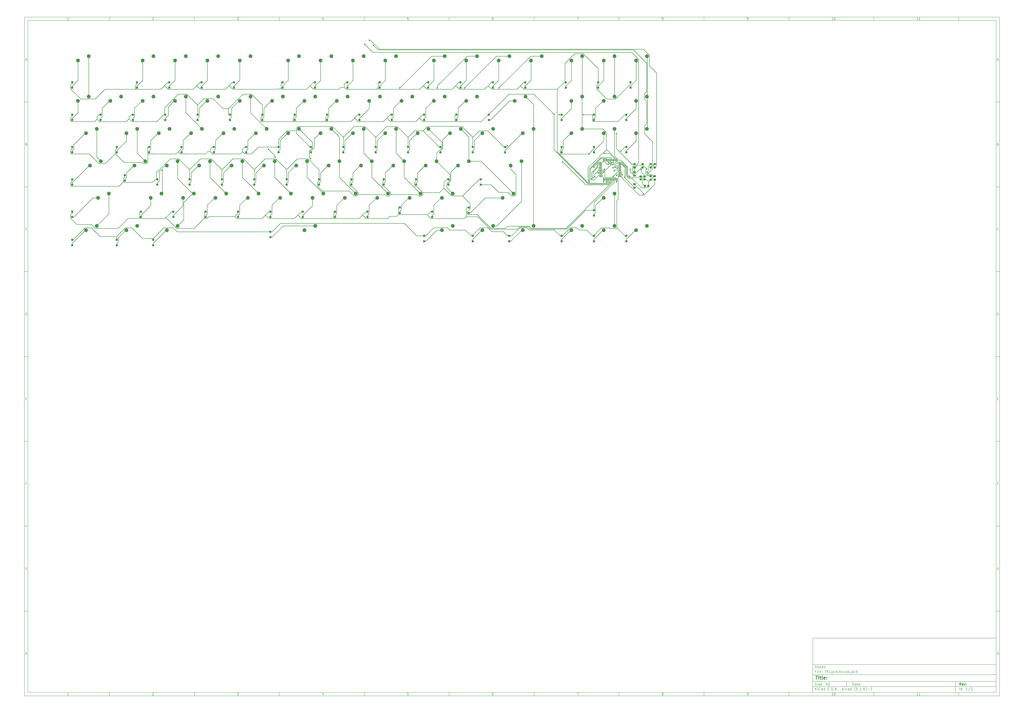
<source format=gbr>
%TF.GenerationSoftware,KiCad,Pcbnew,(5.1.6)-1*%
%TF.CreationDate,2020-07-25T19:19:23-04:00*%
%TF.ProjectId,TKLpcb,544b4c70-6362-42e6-9b69-6361645f7063,rev?*%
%TF.SameCoordinates,Original*%
%TF.FileFunction,Copper,L2,Bot*%
%TF.FilePolarity,Positive*%
%FSLAX46Y46*%
G04 Gerber Fmt 4.6, Leading zero omitted, Abs format (unit mm)*
G04 Created by KiCad (PCBNEW (5.1.6)-1) date 2020-07-25 19:19:23*
%MOMM*%
%LPD*%
G01*
G04 APERTURE LIST*
%ADD10C,0.100000*%
%ADD11C,0.150000*%
%ADD12C,0.300000*%
%ADD13C,0.400000*%
%TA.AperFunction,SMDPad,CuDef*%
%ADD14R,1.400000X1.200000*%
%TD*%
%TA.AperFunction,SMDPad,CuDef*%
%ADD15R,0.550000X1.500000*%
%TD*%
%TA.AperFunction,SMDPad,CuDef*%
%ADD16R,1.500000X0.550000*%
%TD*%
%TA.AperFunction,ComponentPad*%
%ADD17C,2.200000*%
%TD*%
%TA.AperFunction,ComponentPad*%
%ADD18C,2.250000*%
%TD*%
%TA.AperFunction,SMDPad,CuDef*%
%ADD19R,1.200000X1.200000*%
%TD*%
%TA.AperFunction,ViaPad*%
%ADD20C,0.800000*%
%TD*%
%TA.AperFunction,Conductor*%
%ADD21C,0.250000*%
%TD*%
G04 APERTURE END LIST*
D10*
D11*
X474004400Y-375989000D02*
X474004400Y-407989000D01*
X582004400Y-407989000D01*
X582004400Y-375989000D01*
X474004400Y-375989000D01*
D10*
D11*
X10000000Y-10000000D02*
X10000000Y-409989000D01*
X584004400Y-409989000D01*
X584004400Y-10000000D01*
X10000000Y-10000000D01*
D10*
D11*
X12000000Y-12000000D02*
X12000000Y-407989000D01*
X582004400Y-407989000D01*
X582004400Y-12000000D01*
X12000000Y-12000000D01*
D10*
D11*
X60000000Y-12000000D02*
X60000000Y-10000000D01*
D10*
D11*
X110000000Y-12000000D02*
X110000000Y-10000000D01*
D10*
D11*
X160000000Y-12000000D02*
X160000000Y-10000000D01*
D10*
D11*
X210000000Y-12000000D02*
X210000000Y-10000000D01*
D10*
D11*
X260000000Y-12000000D02*
X260000000Y-10000000D01*
D10*
D11*
X310000000Y-12000000D02*
X310000000Y-10000000D01*
D10*
D11*
X360000000Y-12000000D02*
X360000000Y-10000000D01*
D10*
D11*
X410000000Y-12000000D02*
X410000000Y-10000000D01*
D10*
D11*
X460000000Y-12000000D02*
X460000000Y-10000000D01*
D10*
D11*
X510000000Y-12000000D02*
X510000000Y-10000000D01*
D10*
D11*
X560000000Y-12000000D02*
X560000000Y-10000000D01*
D10*
D11*
X36065476Y-11588095D02*
X35322619Y-11588095D01*
X35694047Y-11588095D02*
X35694047Y-10288095D01*
X35570238Y-10473809D01*
X35446428Y-10597619D01*
X35322619Y-10659523D01*
D10*
D11*
X85322619Y-10411904D02*
X85384523Y-10350000D01*
X85508333Y-10288095D01*
X85817857Y-10288095D01*
X85941666Y-10350000D01*
X86003571Y-10411904D01*
X86065476Y-10535714D01*
X86065476Y-10659523D01*
X86003571Y-10845238D01*
X85260714Y-11588095D01*
X86065476Y-11588095D01*
D10*
D11*
X135260714Y-10288095D02*
X136065476Y-10288095D01*
X135632142Y-10783333D01*
X135817857Y-10783333D01*
X135941666Y-10845238D01*
X136003571Y-10907142D01*
X136065476Y-11030952D01*
X136065476Y-11340476D01*
X136003571Y-11464285D01*
X135941666Y-11526190D01*
X135817857Y-11588095D01*
X135446428Y-11588095D01*
X135322619Y-11526190D01*
X135260714Y-11464285D01*
D10*
D11*
X185941666Y-10721428D02*
X185941666Y-11588095D01*
X185632142Y-10226190D02*
X185322619Y-11154761D01*
X186127380Y-11154761D01*
D10*
D11*
X236003571Y-10288095D02*
X235384523Y-10288095D01*
X235322619Y-10907142D01*
X235384523Y-10845238D01*
X235508333Y-10783333D01*
X235817857Y-10783333D01*
X235941666Y-10845238D01*
X236003571Y-10907142D01*
X236065476Y-11030952D01*
X236065476Y-11340476D01*
X236003571Y-11464285D01*
X235941666Y-11526190D01*
X235817857Y-11588095D01*
X235508333Y-11588095D01*
X235384523Y-11526190D01*
X235322619Y-11464285D01*
D10*
D11*
X285941666Y-10288095D02*
X285694047Y-10288095D01*
X285570238Y-10350000D01*
X285508333Y-10411904D01*
X285384523Y-10597619D01*
X285322619Y-10845238D01*
X285322619Y-11340476D01*
X285384523Y-11464285D01*
X285446428Y-11526190D01*
X285570238Y-11588095D01*
X285817857Y-11588095D01*
X285941666Y-11526190D01*
X286003571Y-11464285D01*
X286065476Y-11340476D01*
X286065476Y-11030952D01*
X286003571Y-10907142D01*
X285941666Y-10845238D01*
X285817857Y-10783333D01*
X285570238Y-10783333D01*
X285446428Y-10845238D01*
X285384523Y-10907142D01*
X285322619Y-11030952D01*
D10*
D11*
X335260714Y-10288095D02*
X336127380Y-10288095D01*
X335570238Y-11588095D01*
D10*
D11*
X385570238Y-10845238D02*
X385446428Y-10783333D01*
X385384523Y-10721428D01*
X385322619Y-10597619D01*
X385322619Y-10535714D01*
X385384523Y-10411904D01*
X385446428Y-10350000D01*
X385570238Y-10288095D01*
X385817857Y-10288095D01*
X385941666Y-10350000D01*
X386003571Y-10411904D01*
X386065476Y-10535714D01*
X386065476Y-10597619D01*
X386003571Y-10721428D01*
X385941666Y-10783333D01*
X385817857Y-10845238D01*
X385570238Y-10845238D01*
X385446428Y-10907142D01*
X385384523Y-10969047D01*
X385322619Y-11092857D01*
X385322619Y-11340476D01*
X385384523Y-11464285D01*
X385446428Y-11526190D01*
X385570238Y-11588095D01*
X385817857Y-11588095D01*
X385941666Y-11526190D01*
X386003571Y-11464285D01*
X386065476Y-11340476D01*
X386065476Y-11092857D01*
X386003571Y-10969047D01*
X385941666Y-10907142D01*
X385817857Y-10845238D01*
D10*
D11*
X435446428Y-11588095D02*
X435694047Y-11588095D01*
X435817857Y-11526190D01*
X435879761Y-11464285D01*
X436003571Y-11278571D01*
X436065476Y-11030952D01*
X436065476Y-10535714D01*
X436003571Y-10411904D01*
X435941666Y-10350000D01*
X435817857Y-10288095D01*
X435570238Y-10288095D01*
X435446428Y-10350000D01*
X435384523Y-10411904D01*
X435322619Y-10535714D01*
X435322619Y-10845238D01*
X435384523Y-10969047D01*
X435446428Y-11030952D01*
X435570238Y-11092857D01*
X435817857Y-11092857D01*
X435941666Y-11030952D01*
X436003571Y-10969047D01*
X436065476Y-10845238D01*
D10*
D11*
X486065476Y-11588095D02*
X485322619Y-11588095D01*
X485694047Y-11588095D02*
X485694047Y-10288095D01*
X485570238Y-10473809D01*
X485446428Y-10597619D01*
X485322619Y-10659523D01*
X486870238Y-10288095D02*
X486994047Y-10288095D01*
X487117857Y-10350000D01*
X487179761Y-10411904D01*
X487241666Y-10535714D01*
X487303571Y-10783333D01*
X487303571Y-11092857D01*
X487241666Y-11340476D01*
X487179761Y-11464285D01*
X487117857Y-11526190D01*
X486994047Y-11588095D01*
X486870238Y-11588095D01*
X486746428Y-11526190D01*
X486684523Y-11464285D01*
X486622619Y-11340476D01*
X486560714Y-11092857D01*
X486560714Y-10783333D01*
X486622619Y-10535714D01*
X486684523Y-10411904D01*
X486746428Y-10350000D01*
X486870238Y-10288095D01*
D10*
D11*
X536065476Y-11588095D02*
X535322619Y-11588095D01*
X535694047Y-11588095D02*
X535694047Y-10288095D01*
X535570238Y-10473809D01*
X535446428Y-10597619D01*
X535322619Y-10659523D01*
X537303571Y-11588095D02*
X536560714Y-11588095D01*
X536932142Y-11588095D02*
X536932142Y-10288095D01*
X536808333Y-10473809D01*
X536684523Y-10597619D01*
X536560714Y-10659523D01*
D10*
D11*
X60000000Y-407989000D02*
X60000000Y-409989000D01*
D10*
D11*
X110000000Y-407989000D02*
X110000000Y-409989000D01*
D10*
D11*
X160000000Y-407989000D02*
X160000000Y-409989000D01*
D10*
D11*
X210000000Y-407989000D02*
X210000000Y-409989000D01*
D10*
D11*
X260000000Y-407989000D02*
X260000000Y-409989000D01*
D10*
D11*
X310000000Y-407989000D02*
X310000000Y-409989000D01*
D10*
D11*
X360000000Y-407989000D02*
X360000000Y-409989000D01*
D10*
D11*
X410000000Y-407989000D02*
X410000000Y-409989000D01*
D10*
D11*
X460000000Y-407989000D02*
X460000000Y-409989000D01*
D10*
D11*
X510000000Y-407989000D02*
X510000000Y-409989000D01*
D10*
D11*
X560000000Y-407989000D02*
X560000000Y-409989000D01*
D10*
D11*
X36065476Y-409577095D02*
X35322619Y-409577095D01*
X35694047Y-409577095D02*
X35694047Y-408277095D01*
X35570238Y-408462809D01*
X35446428Y-408586619D01*
X35322619Y-408648523D01*
D10*
D11*
X85322619Y-408400904D02*
X85384523Y-408339000D01*
X85508333Y-408277095D01*
X85817857Y-408277095D01*
X85941666Y-408339000D01*
X86003571Y-408400904D01*
X86065476Y-408524714D01*
X86065476Y-408648523D01*
X86003571Y-408834238D01*
X85260714Y-409577095D01*
X86065476Y-409577095D01*
D10*
D11*
X135260714Y-408277095D02*
X136065476Y-408277095D01*
X135632142Y-408772333D01*
X135817857Y-408772333D01*
X135941666Y-408834238D01*
X136003571Y-408896142D01*
X136065476Y-409019952D01*
X136065476Y-409329476D01*
X136003571Y-409453285D01*
X135941666Y-409515190D01*
X135817857Y-409577095D01*
X135446428Y-409577095D01*
X135322619Y-409515190D01*
X135260714Y-409453285D01*
D10*
D11*
X185941666Y-408710428D02*
X185941666Y-409577095D01*
X185632142Y-408215190D02*
X185322619Y-409143761D01*
X186127380Y-409143761D01*
D10*
D11*
X236003571Y-408277095D02*
X235384523Y-408277095D01*
X235322619Y-408896142D01*
X235384523Y-408834238D01*
X235508333Y-408772333D01*
X235817857Y-408772333D01*
X235941666Y-408834238D01*
X236003571Y-408896142D01*
X236065476Y-409019952D01*
X236065476Y-409329476D01*
X236003571Y-409453285D01*
X235941666Y-409515190D01*
X235817857Y-409577095D01*
X235508333Y-409577095D01*
X235384523Y-409515190D01*
X235322619Y-409453285D01*
D10*
D11*
X285941666Y-408277095D02*
X285694047Y-408277095D01*
X285570238Y-408339000D01*
X285508333Y-408400904D01*
X285384523Y-408586619D01*
X285322619Y-408834238D01*
X285322619Y-409329476D01*
X285384523Y-409453285D01*
X285446428Y-409515190D01*
X285570238Y-409577095D01*
X285817857Y-409577095D01*
X285941666Y-409515190D01*
X286003571Y-409453285D01*
X286065476Y-409329476D01*
X286065476Y-409019952D01*
X286003571Y-408896142D01*
X285941666Y-408834238D01*
X285817857Y-408772333D01*
X285570238Y-408772333D01*
X285446428Y-408834238D01*
X285384523Y-408896142D01*
X285322619Y-409019952D01*
D10*
D11*
X335260714Y-408277095D02*
X336127380Y-408277095D01*
X335570238Y-409577095D01*
D10*
D11*
X385570238Y-408834238D02*
X385446428Y-408772333D01*
X385384523Y-408710428D01*
X385322619Y-408586619D01*
X385322619Y-408524714D01*
X385384523Y-408400904D01*
X385446428Y-408339000D01*
X385570238Y-408277095D01*
X385817857Y-408277095D01*
X385941666Y-408339000D01*
X386003571Y-408400904D01*
X386065476Y-408524714D01*
X386065476Y-408586619D01*
X386003571Y-408710428D01*
X385941666Y-408772333D01*
X385817857Y-408834238D01*
X385570238Y-408834238D01*
X385446428Y-408896142D01*
X385384523Y-408958047D01*
X385322619Y-409081857D01*
X385322619Y-409329476D01*
X385384523Y-409453285D01*
X385446428Y-409515190D01*
X385570238Y-409577095D01*
X385817857Y-409577095D01*
X385941666Y-409515190D01*
X386003571Y-409453285D01*
X386065476Y-409329476D01*
X386065476Y-409081857D01*
X386003571Y-408958047D01*
X385941666Y-408896142D01*
X385817857Y-408834238D01*
D10*
D11*
X435446428Y-409577095D02*
X435694047Y-409577095D01*
X435817857Y-409515190D01*
X435879761Y-409453285D01*
X436003571Y-409267571D01*
X436065476Y-409019952D01*
X436065476Y-408524714D01*
X436003571Y-408400904D01*
X435941666Y-408339000D01*
X435817857Y-408277095D01*
X435570238Y-408277095D01*
X435446428Y-408339000D01*
X435384523Y-408400904D01*
X435322619Y-408524714D01*
X435322619Y-408834238D01*
X435384523Y-408958047D01*
X435446428Y-409019952D01*
X435570238Y-409081857D01*
X435817857Y-409081857D01*
X435941666Y-409019952D01*
X436003571Y-408958047D01*
X436065476Y-408834238D01*
D10*
D11*
X486065476Y-409577095D02*
X485322619Y-409577095D01*
X485694047Y-409577095D02*
X485694047Y-408277095D01*
X485570238Y-408462809D01*
X485446428Y-408586619D01*
X485322619Y-408648523D01*
X486870238Y-408277095D02*
X486994047Y-408277095D01*
X487117857Y-408339000D01*
X487179761Y-408400904D01*
X487241666Y-408524714D01*
X487303571Y-408772333D01*
X487303571Y-409081857D01*
X487241666Y-409329476D01*
X487179761Y-409453285D01*
X487117857Y-409515190D01*
X486994047Y-409577095D01*
X486870238Y-409577095D01*
X486746428Y-409515190D01*
X486684523Y-409453285D01*
X486622619Y-409329476D01*
X486560714Y-409081857D01*
X486560714Y-408772333D01*
X486622619Y-408524714D01*
X486684523Y-408400904D01*
X486746428Y-408339000D01*
X486870238Y-408277095D01*
D10*
D11*
X536065476Y-409577095D02*
X535322619Y-409577095D01*
X535694047Y-409577095D02*
X535694047Y-408277095D01*
X535570238Y-408462809D01*
X535446428Y-408586619D01*
X535322619Y-408648523D01*
X537303571Y-409577095D02*
X536560714Y-409577095D01*
X536932142Y-409577095D02*
X536932142Y-408277095D01*
X536808333Y-408462809D01*
X536684523Y-408586619D01*
X536560714Y-408648523D01*
D10*
D11*
X10000000Y-60000000D02*
X12000000Y-60000000D01*
D10*
D11*
X10000000Y-110000000D02*
X12000000Y-110000000D01*
D10*
D11*
X10000000Y-160000000D02*
X12000000Y-160000000D01*
D10*
D11*
X10000000Y-210000000D02*
X12000000Y-210000000D01*
D10*
D11*
X10000000Y-260000000D02*
X12000000Y-260000000D01*
D10*
D11*
X10000000Y-310000000D02*
X12000000Y-310000000D01*
D10*
D11*
X10000000Y-360000000D02*
X12000000Y-360000000D01*
D10*
D11*
X10690476Y-35216666D02*
X11309523Y-35216666D01*
X10566666Y-35588095D02*
X11000000Y-34288095D01*
X11433333Y-35588095D01*
D10*
D11*
X11092857Y-84907142D02*
X11278571Y-84969047D01*
X11340476Y-85030952D01*
X11402380Y-85154761D01*
X11402380Y-85340476D01*
X11340476Y-85464285D01*
X11278571Y-85526190D01*
X11154761Y-85588095D01*
X10659523Y-85588095D01*
X10659523Y-84288095D01*
X11092857Y-84288095D01*
X11216666Y-84350000D01*
X11278571Y-84411904D01*
X11340476Y-84535714D01*
X11340476Y-84659523D01*
X11278571Y-84783333D01*
X11216666Y-84845238D01*
X11092857Y-84907142D01*
X10659523Y-84907142D01*
D10*
D11*
X11402380Y-135464285D02*
X11340476Y-135526190D01*
X11154761Y-135588095D01*
X11030952Y-135588095D01*
X10845238Y-135526190D01*
X10721428Y-135402380D01*
X10659523Y-135278571D01*
X10597619Y-135030952D01*
X10597619Y-134845238D01*
X10659523Y-134597619D01*
X10721428Y-134473809D01*
X10845238Y-134350000D01*
X11030952Y-134288095D01*
X11154761Y-134288095D01*
X11340476Y-134350000D01*
X11402380Y-134411904D01*
D10*
D11*
X10659523Y-185588095D02*
X10659523Y-184288095D01*
X10969047Y-184288095D01*
X11154761Y-184350000D01*
X11278571Y-184473809D01*
X11340476Y-184597619D01*
X11402380Y-184845238D01*
X11402380Y-185030952D01*
X11340476Y-185278571D01*
X11278571Y-185402380D01*
X11154761Y-185526190D01*
X10969047Y-185588095D01*
X10659523Y-185588095D01*
D10*
D11*
X10721428Y-234907142D02*
X11154761Y-234907142D01*
X11340476Y-235588095D02*
X10721428Y-235588095D01*
X10721428Y-234288095D01*
X11340476Y-234288095D01*
D10*
D11*
X11185714Y-284907142D02*
X10752380Y-284907142D01*
X10752380Y-285588095D02*
X10752380Y-284288095D01*
X11371428Y-284288095D01*
D10*
D11*
X11340476Y-334350000D02*
X11216666Y-334288095D01*
X11030952Y-334288095D01*
X10845238Y-334350000D01*
X10721428Y-334473809D01*
X10659523Y-334597619D01*
X10597619Y-334845238D01*
X10597619Y-335030952D01*
X10659523Y-335278571D01*
X10721428Y-335402380D01*
X10845238Y-335526190D01*
X11030952Y-335588095D01*
X11154761Y-335588095D01*
X11340476Y-335526190D01*
X11402380Y-335464285D01*
X11402380Y-335030952D01*
X11154761Y-335030952D01*
D10*
D11*
X10628571Y-385588095D02*
X10628571Y-384288095D01*
X10628571Y-384907142D02*
X11371428Y-384907142D01*
X11371428Y-385588095D02*
X11371428Y-384288095D01*
D10*
D11*
X584004400Y-60000000D02*
X582004400Y-60000000D01*
D10*
D11*
X584004400Y-110000000D02*
X582004400Y-110000000D01*
D10*
D11*
X584004400Y-160000000D02*
X582004400Y-160000000D01*
D10*
D11*
X584004400Y-210000000D02*
X582004400Y-210000000D01*
D10*
D11*
X584004400Y-260000000D02*
X582004400Y-260000000D01*
D10*
D11*
X584004400Y-310000000D02*
X582004400Y-310000000D01*
D10*
D11*
X584004400Y-360000000D02*
X582004400Y-360000000D01*
D10*
D11*
X582694876Y-35216666D02*
X583313923Y-35216666D01*
X582571066Y-35588095D02*
X583004400Y-34288095D01*
X583437733Y-35588095D01*
D10*
D11*
X583097257Y-84907142D02*
X583282971Y-84969047D01*
X583344876Y-85030952D01*
X583406780Y-85154761D01*
X583406780Y-85340476D01*
X583344876Y-85464285D01*
X583282971Y-85526190D01*
X583159161Y-85588095D01*
X582663923Y-85588095D01*
X582663923Y-84288095D01*
X583097257Y-84288095D01*
X583221066Y-84350000D01*
X583282971Y-84411904D01*
X583344876Y-84535714D01*
X583344876Y-84659523D01*
X583282971Y-84783333D01*
X583221066Y-84845238D01*
X583097257Y-84907142D01*
X582663923Y-84907142D01*
D10*
D11*
X583406780Y-135464285D02*
X583344876Y-135526190D01*
X583159161Y-135588095D01*
X583035352Y-135588095D01*
X582849638Y-135526190D01*
X582725828Y-135402380D01*
X582663923Y-135278571D01*
X582602019Y-135030952D01*
X582602019Y-134845238D01*
X582663923Y-134597619D01*
X582725828Y-134473809D01*
X582849638Y-134350000D01*
X583035352Y-134288095D01*
X583159161Y-134288095D01*
X583344876Y-134350000D01*
X583406780Y-134411904D01*
D10*
D11*
X582663923Y-185588095D02*
X582663923Y-184288095D01*
X582973447Y-184288095D01*
X583159161Y-184350000D01*
X583282971Y-184473809D01*
X583344876Y-184597619D01*
X583406780Y-184845238D01*
X583406780Y-185030952D01*
X583344876Y-185278571D01*
X583282971Y-185402380D01*
X583159161Y-185526190D01*
X582973447Y-185588095D01*
X582663923Y-185588095D01*
D10*
D11*
X582725828Y-234907142D02*
X583159161Y-234907142D01*
X583344876Y-235588095D02*
X582725828Y-235588095D01*
X582725828Y-234288095D01*
X583344876Y-234288095D01*
D10*
D11*
X583190114Y-284907142D02*
X582756780Y-284907142D01*
X582756780Y-285588095D02*
X582756780Y-284288095D01*
X583375828Y-284288095D01*
D10*
D11*
X583344876Y-334350000D02*
X583221066Y-334288095D01*
X583035352Y-334288095D01*
X582849638Y-334350000D01*
X582725828Y-334473809D01*
X582663923Y-334597619D01*
X582602019Y-334845238D01*
X582602019Y-335030952D01*
X582663923Y-335278571D01*
X582725828Y-335402380D01*
X582849638Y-335526190D01*
X583035352Y-335588095D01*
X583159161Y-335588095D01*
X583344876Y-335526190D01*
X583406780Y-335464285D01*
X583406780Y-335030952D01*
X583159161Y-335030952D01*
D10*
D11*
X582632971Y-385588095D02*
X582632971Y-384288095D01*
X582632971Y-384907142D02*
X583375828Y-384907142D01*
X583375828Y-385588095D02*
X583375828Y-384288095D01*
D10*
D11*
X497436542Y-403767571D02*
X497436542Y-402267571D01*
X497793685Y-402267571D01*
X498007971Y-402339000D01*
X498150828Y-402481857D01*
X498222257Y-402624714D01*
X498293685Y-402910428D01*
X498293685Y-403124714D01*
X498222257Y-403410428D01*
X498150828Y-403553285D01*
X498007971Y-403696142D01*
X497793685Y-403767571D01*
X497436542Y-403767571D01*
X499579400Y-403767571D02*
X499579400Y-402981857D01*
X499507971Y-402839000D01*
X499365114Y-402767571D01*
X499079400Y-402767571D01*
X498936542Y-402839000D01*
X499579400Y-403696142D02*
X499436542Y-403767571D01*
X499079400Y-403767571D01*
X498936542Y-403696142D01*
X498865114Y-403553285D01*
X498865114Y-403410428D01*
X498936542Y-403267571D01*
X499079400Y-403196142D01*
X499436542Y-403196142D01*
X499579400Y-403124714D01*
X500079400Y-402767571D02*
X500650828Y-402767571D01*
X500293685Y-402267571D02*
X500293685Y-403553285D01*
X500365114Y-403696142D01*
X500507971Y-403767571D01*
X500650828Y-403767571D01*
X501722257Y-403696142D02*
X501579400Y-403767571D01*
X501293685Y-403767571D01*
X501150828Y-403696142D01*
X501079400Y-403553285D01*
X501079400Y-402981857D01*
X501150828Y-402839000D01*
X501293685Y-402767571D01*
X501579400Y-402767571D01*
X501722257Y-402839000D01*
X501793685Y-402981857D01*
X501793685Y-403124714D01*
X501079400Y-403267571D01*
X502436542Y-403624714D02*
X502507971Y-403696142D01*
X502436542Y-403767571D01*
X502365114Y-403696142D01*
X502436542Y-403624714D01*
X502436542Y-403767571D01*
X502436542Y-402839000D02*
X502507971Y-402910428D01*
X502436542Y-402981857D01*
X502365114Y-402910428D01*
X502436542Y-402839000D01*
X502436542Y-402981857D01*
D10*
D11*
X474004400Y-404489000D02*
X582004400Y-404489000D01*
D10*
D11*
X475436542Y-406567571D02*
X475436542Y-405067571D01*
X476293685Y-406567571D02*
X475650828Y-405710428D01*
X476293685Y-405067571D02*
X475436542Y-405924714D01*
X476936542Y-406567571D02*
X476936542Y-405567571D01*
X476936542Y-405067571D02*
X476865114Y-405139000D01*
X476936542Y-405210428D01*
X477007971Y-405139000D01*
X476936542Y-405067571D01*
X476936542Y-405210428D01*
X478507971Y-406424714D02*
X478436542Y-406496142D01*
X478222257Y-406567571D01*
X478079400Y-406567571D01*
X477865114Y-406496142D01*
X477722257Y-406353285D01*
X477650828Y-406210428D01*
X477579400Y-405924714D01*
X477579400Y-405710428D01*
X477650828Y-405424714D01*
X477722257Y-405281857D01*
X477865114Y-405139000D01*
X478079400Y-405067571D01*
X478222257Y-405067571D01*
X478436542Y-405139000D01*
X478507971Y-405210428D01*
X479793685Y-406567571D02*
X479793685Y-405781857D01*
X479722257Y-405639000D01*
X479579400Y-405567571D01*
X479293685Y-405567571D01*
X479150828Y-405639000D01*
X479793685Y-406496142D02*
X479650828Y-406567571D01*
X479293685Y-406567571D01*
X479150828Y-406496142D01*
X479079400Y-406353285D01*
X479079400Y-406210428D01*
X479150828Y-406067571D01*
X479293685Y-405996142D01*
X479650828Y-405996142D01*
X479793685Y-405924714D01*
X481150828Y-406567571D02*
X481150828Y-405067571D01*
X481150828Y-406496142D02*
X481007971Y-406567571D01*
X480722257Y-406567571D01*
X480579400Y-406496142D01*
X480507971Y-406424714D01*
X480436542Y-406281857D01*
X480436542Y-405853285D01*
X480507971Y-405710428D01*
X480579400Y-405639000D01*
X480722257Y-405567571D01*
X481007971Y-405567571D01*
X481150828Y-405639000D01*
X483007971Y-405781857D02*
X483507971Y-405781857D01*
X483722257Y-406567571D02*
X483007971Y-406567571D01*
X483007971Y-405067571D01*
X483722257Y-405067571D01*
X484365114Y-406424714D02*
X484436542Y-406496142D01*
X484365114Y-406567571D01*
X484293685Y-406496142D01*
X484365114Y-406424714D01*
X484365114Y-406567571D01*
X485079400Y-406567571D02*
X485079400Y-405067571D01*
X485436542Y-405067571D01*
X485650828Y-405139000D01*
X485793685Y-405281857D01*
X485865114Y-405424714D01*
X485936542Y-405710428D01*
X485936542Y-405924714D01*
X485865114Y-406210428D01*
X485793685Y-406353285D01*
X485650828Y-406496142D01*
X485436542Y-406567571D01*
X485079400Y-406567571D01*
X486579400Y-406424714D02*
X486650828Y-406496142D01*
X486579400Y-406567571D01*
X486507971Y-406496142D01*
X486579400Y-406424714D01*
X486579400Y-406567571D01*
X487222257Y-406139000D02*
X487936542Y-406139000D01*
X487079400Y-406567571D02*
X487579400Y-405067571D01*
X488079400Y-406567571D01*
X488579400Y-406424714D02*
X488650828Y-406496142D01*
X488579400Y-406567571D01*
X488507971Y-406496142D01*
X488579400Y-406424714D01*
X488579400Y-406567571D01*
X491579400Y-406567571D02*
X491579400Y-405067571D01*
X491722257Y-405996142D02*
X492150828Y-406567571D01*
X492150828Y-405567571D02*
X491579400Y-406139000D01*
X492793685Y-406567571D02*
X492793685Y-405567571D01*
X492793685Y-405067571D02*
X492722257Y-405139000D01*
X492793685Y-405210428D01*
X492865114Y-405139000D01*
X492793685Y-405067571D01*
X492793685Y-405210428D01*
X494150828Y-406496142D02*
X494007971Y-406567571D01*
X493722257Y-406567571D01*
X493579400Y-406496142D01*
X493507971Y-406424714D01*
X493436542Y-406281857D01*
X493436542Y-405853285D01*
X493507971Y-405710428D01*
X493579400Y-405639000D01*
X493722257Y-405567571D01*
X494007971Y-405567571D01*
X494150828Y-405639000D01*
X495436542Y-406567571D02*
X495436542Y-405781857D01*
X495365114Y-405639000D01*
X495222257Y-405567571D01*
X494936542Y-405567571D01*
X494793685Y-405639000D01*
X495436542Y-406496142D02*
X495293685Y-406567571D01*
X494936542Y-406567571D01*
X494793685Y-406496142D01*
X494722257Y-406353285D01*
X494722257Y-406210428D01*
X494793685Y-406067571D01*
X494936542Y-405996142D01*
X495293685Y-405996142D01*
X495436542Y-405924714D01*
X496793685Y-406567571D02*
X496793685Y-405067571D01*
X496793685Y-406496142D02*
X496650828Y-406567571D01*
X496365114Y-406567571D01*
X496222257Y-406496142D01*
X496150828Y-406424714D01*
X496079400Y-406281857D01*
X496079400Y-405853285D01*
X496150828Y-405710428D01*
X496222257Y-405639000D01*
X496365114Y-405567571D01*
X496650828Y-405567571D01*
X496793685Y-405639000D01*
X499079400Y-407139000D02*
X499007971Y-407067571D01*
X498865114Y-406853285D01*
X498793685Y-406710428D01*
X498722257Y-406496142D01*
X498650828Y-406139000D01*
X498650828Y-405853285D01*
X498722257Y-405496142D01*
X498793685Y-405281857D01*
X498865114Y-405139000D01*
X499007971Y-404924714D01*
X499079400Y-404853285D01*
X500365114Y-405067571D02*
X499650828Y-405067571D01*
X499579400Y-405781857D01*
X499650828Y-405710428D01*
X499793685Y-405639000D01*
X500150828Y-405639000D01*
X500293685Y-405710428D01*
X500365114Y-405781857D01*
X500436542Y-405924714D01*
X500436542Y-406281857D01*
X500365114Y-406424714D01*
X500293685Y-406496142D01*
X500150828Y-406567571D01*
X499793685Y-406567571D01*
X499650828Y-406496142D01*
X499579400Y-406424714D01*
X501079400Y-406424714D02*
X501150828Y-406496142D01*
X501079400Y-406567571D01*
X501007971Y-406496142D01*
X501079400Y-406424714D01*
X501079400Y-406567571D01*
X502579400Y-406567571D02*
X501722257Y-406567571D01*
X502150828Y-406567571D02*
X502150828Y-405067571D01*
X502007971Y-405281857D01*
X501865114Y-405424714D01*
X501722257Y-405496142D01*
X503222257Y-406424714D02*
X503293685Y-406496142D01*
X503222257Y-406567571D01*
X503150828Y-406496142D01*
X503222257Y-406424714D01*
X503222257Y-406567571D01*
X504579400Y-405067571D02*
X504293685Y-405067571D01*
X504150828Y-405139000D01*
X504079400Y-405210428D01*
X503936542Y-405424714D01*
X503865114Y-405710428D01*
X503865114Y-406281857D01*
X503936542Y-406424714D01*
X504007971Y-406496142D01*
X504150828Y-406567571D01*
X504436542Y-406567571D01*
X504579400Y-406496142D01*
X504650828Y-406424714D01*
X504722257Y-406281857D01*
X504722257Y-405924714D01*
X504650828Y-405781857D01*
X504579400Y-405710428D01*
X504436542Y-405639000D01*
X504150828Y-405639000D01*
X504007971Y-405710428D01*
X503936542Y-405781857D01*
X503865114Y-405924714D01*
X505222257Y-407139000D02*
X505293685Y-407067571D01*
X505436542Y-406853285D01*
X505507971Y-406710428D01*
X505579400Y-406496142D01*
X505650828Y-406139000D01*
X505650828Y-405853285D01*
X505579400Y-405496142D01*
X505507971Y-405281857D01*
X505436542Y-405139000D01*
X505293685Y-404924714D01*
X505222257Y-404853285D01*
X506365114Y-405996142D02*
X507507971Y-405996142D01*
X509007971Y-406567571D02*
X508150828Y-406567571D01*
X508579400Y-406567571D02*
X508579400Y-405067571D01*
X508436542Y-405281857D01*
X508293685Y-405424714D01*
X508150828Y-405496142D01*
D10*
D11*
X474004400Y-401489000D02*
X582004400Y-401489000D01*
D10*
D12*
X561413685Y-403767571D02*
X560913685Y-403053285D01*
X560556542Y-403767571D02*
X560556542Y-402267571D01*
X561127971Y-402267571D01*
X561270828Y-402339000D01*
X561342257Y-402410428D01*
X561413685Y-402553285D01*
X561413685Y-402767571D01*
X561342257Y-402910428D01*
X561270828Y-402981857D01*
X561127971Y-403053285D01*
X560556542Y-403053285D01*
X562627971Y-403696142D02*
X562485114Y-403767571D01*
X562199400Y-403767571D01*
X562056542Y-403696142D01*
X561985114Y-403553285D01*
X561985114Y-402981857D01*
X562056542Y-402839000D01*
X562199400Y-402767571D01*
X562485114Y-402767571D01*
X562627971Y-402839000D01*
X562699400Y-402981857D01*
X562699400Y-403124714D01*
X561985114Y-403267571D01*
X563199400Y-402767571D02*
X563556542Y-403767571D01*
X563913685Y-402767571D01*
X564485114Y-403624714D02*
X564556542Y-403696142D01*
X564485114Y-403767571D01*
X564413685Y-403696142D01*
X564485114Y-403624714D01*
X564485114Y-403767571D01*
X564485114Y-402839000D02*
X564556542Y-402910428D01*
X564485114Y-402981857D01*
X564413685Y-402910428D01*
X564485114Y-402839000D01*
X564485114Y-402981857D01*
D10*
D11*
X475365114Y-403696142D02*
X475579400Y-403767571D01*
X475936542Y-403767571D01*
X476079400Y-403696142D01*
X476150828Y-403624714D01*
X476222257Y-403481857D01*
X476222257Y-403339000D01*
X476150828Y-403196142D01*
X476079400Y-403124714D01*
X475936542Y-403053285D01*
X475650828Y-402981857D01*
X475507971Y-402910428D01*
X475436542Y-402839000D01*
X475365114Y-402696142D01*
X475365114Y-402553285D01*
X475436542Y-402410428D01*
X475507971Y-402339000D01*
X475650828Y-402267571D01*
X476007971Y-402267571D01*
X476222257Y-402339000D01*
X476865114Y-403767571D02*
X476865114Y-402767571D01*
X476865114Y-402267571D02*
X476793685Y-402339000D01*
X476865114Y-402410428D01*
X476936542Y-402339000D01*
X476865114Y-402267571D01*
X476865114Y-402410428D01*
X477436542Y-402767571D02*
X478222257Y-402767571D01*
X477436542Y-403767571D01*
X478222257Y-403767571D01*
X479365114Y-403696142D02*
X479222257Y-403767571D01*
X478936542Y-403767571D01*
X478793685Y-403696142D01*
X478722257Y-403553285D01*
X478722257Y-402981857D01*
X478793685Y-402839000D01*
X478936542Y-402767571D01*
X479222257Y-402767571D01*
X479365114Y-402839000D01*
X479436542Y-402981857D01*
X479436542Y-403124714D01*
X478722257Y-403267571D01*
X480079400Y-403624714D02*
X480150828Y-403696142D01*
X480079400Y-403767571D01*
X480007971Y-403696142D01*
X480079400Y-403624714D01*
X480079400Y-403767571D01*
X480079400Y-402839000D02*
X480150828Y-402910428D01*
X480079400Y-402981857D01*
X480007971Y-402910428D01*
X480079400Y-402839000D01*
X480079400Y-402981857D01*
X481865114Y-403339000D02*
X482579400Y-403339000D01*
X481722257Y-403767571D02*
X482222257Y-402267571D01*
X482722257Y-403767571D01*
X483150828Y-402410428D02*
X483222257Y-402339000D01*
X483365114Y-402267571D01*
X483722257Y-402267571D01*
X483865114Y-402339000D01*
X483936542Y-402410428D01*
X484007971Y-402553285D01*
X484007971Y-402696142D01*
X483936542Y-402910428D01*
X483079400Y-403767571D01*
X484007971Y-403767571D01*
D10*
D11*
X560436542Y-406567571D02*
X560436542Y-405067571D01*
X561793685Y-406567571D02*
X561793685Y-405067571D01*
X561793685Y-406496142D02*
X561650828Y-406567571D01*
X561365114Y-406567571D01*
X561222257Y-406496142D01*
X561150828Y-406424714D01*
X561079400Y-406281857D01*
X561079400Y-405853285D01*
X561150828Y-405710428D01*
X561222257Y-405639000D01*
X561365114Y-405567571D01*
X561650828Y-405567571D01*
X561793685Y-405639000D01*
X562507971Y-406424714D02*
X562579400Y-406496142D01*
X562507971Y-406567571D01*
X562436542Y-406496142D01*
X562507971Y-406424714D01*
X562507971Y-406567571D01*
X562507971Y-405639000D02*
X562579400Y-405710428D01*
X562507971Y-405781857D01*
X562436542Y-405710428D01*
X562507971Y-405639000D01*
X562507971Y-405781857D01*
X565150828Y-406567571D02*
X564293685Y-406567571D01*
X564722257Y-406567571D02*
X564722257Y-405067571D01*
X564579400Y-405281857D01*
X564436542Y-405424714D01*
X564293685Y-405496142D01*
X566865114Y-404996142D02*
X565579400Y-406924714D01*
X568150828Y-406567571D02*
X567293685Y-406567571D01*
X567722257Y-406567571D02*
X567722257Y-405067571D01*
X567579400Y-405281857D01*
X567436542Y-405424714D01*
X567293685Y-405496142D01*
D10*
D11*
X474004400Y-397489000D02*
X582004400Y-397489000D01*
D10*
D13*
X475716780Y-398193761D02*
X476859638Y-398193761D01*
X476038209Y-400193761D02*
X476288209Y-398193761D01*
X477276304Y-400193761D02*
X477442971Y-398860428D01*
X477526304Y-398193761D02*
X477419161Y-398289000D01*
X477502495Y-398384238D01*
X477609638Y-398289000D01*
X477526304Y-398193761D01*
X477502495Y-398384238D01*
X478109638Y-398860428D02*
X478871542Y-398860428D01*
X478478685Y-398193761D02*
X478264400Y-399908047D01*
X478335828Y-400098523D01*
X478514400Y-400193761D01*
X478704876Y-400193761D01*
X479657257Y-400193761D02*
X479478685Y-400098523D01*
X479407257Y-399908047D01*
X479621542Y-398193761D01*
X481192971Y-400098523D02*
X480990590Y-400193761D01*
X480609638Y-400193761D01*
X480431066Y-400098523D01*
X480359638Y-399908047D01*
X480454876Y-399146142D01*
X480573923Y-398955666D01*
X480776304Y-398860428D01*
X481157257Y-398860428D01*
X481335828Y-398955666D01*
X481407257Y-399146142D01*
X481383447Y-399336619D01*
X480407257Y-399527095D01*
X482157257Y-400003285D02*
X482240590Y-400098523D01*
X482133447Y-400193761D01*
X482050114Y-400098523D01*
X482157257Y-400003285D01*
X482133447Y-400193761D01*
X482288209Y-398955666D02*
X482371542Y-399050904D01*
X482264400Y-399146142D01*
X482181066Y-399050904D01*
X482288209Y-398955666D01*
X482264400Y-399146142D01*
D10*
D11*
X475936542Y-395581857D02*
X475436542Y-395581857D01*
X475436542Y-396367571D02*
X475436542Y-394867571D01*
X476150828Y-394867571D01*
X476722257Y-396367571D02*
X476722257Y-395367571D01*
X476722257Y-394867571D02*
X476650828Y-394939000D01*
X476722257Y-395010428D01*
X476793685Y-394939000D01*
X476722257Y-394867571D01*
X476722257Y-395010428D01*
X477650828Y-396367571D02*
X477507971Y-396296142D01*
X477436542Y-396153285D01*
X477436542Y-394867571D01*
X478793685Y-396296142D02*
X478650828Y-396367571D01*
X478365114Y-396367571D01*
X478222257Y-396296142D01*
X478150828Y-396153285D01*
X478150828Y-395581857D01*
X478222257Y-395439000D01*
X478365114Y-395367571D01*
X478650828Y-395367571D01*
X478793685Y-395439000D01*
X478865114Y-395581857D01*
X478865114Y-395724714D01*
X478150828Y-395867571D01*
X479507971Y-396224714D02*
X479579400Y-396296142D01*
X479507971Y-396367571D01*
X479436542Y-396296142D01*
X479507971Y-396224714D01*
X479507971Y-396367571D01*
X479507971Y-395439000D02*
X479579400Y-395510428D01*
X479507971Y-395581857D01*
X479436542Y-395510428D01*
X479507971Y-395439000D01*
X479507971Y-395581857D01*
X481150828Y-394867571D02*
X482007971Y-394867571D01*
X481579400Y-396367571D02*
X481579400Y-394867571D01*
X482507971Y-396367571D02*
X482507971Y-394867571D01*
X483365114Y-396367571D02*
X482722257Y-395510428D01*
X483365114Y-394867571D02*
X482507971Y-395724714D01*
X484722257Y-396367571D02*
X484007971Y-396367571D01*
X484007971Y-394867571D01*
X485222257Y-395367571D02*
X485222257Y-396867571D01*
X485222257Y-395439000D02*
X485365114Y-395367571D01*
X485650828Y-395367571D01*
X485793685Y-395439000D01*
X485865114Y-395510428D01*
X485936542Y-395653285D01*
X485936542Y-396081857D01*
X485865114Y-396224714D01*
X485793685Y-396296142D01*
X485650828Y-396367571D01*
X485365114Y-396367571D01*
X485222257Y-396296142D01*
X487222257Y-396296142D02*
X487079400Y-396367571D01*
X486793685Y-396367571D01*
X486650828Y-396296142D01*
X486579400Y-396224714D01*
X486507971Y-396081857D01*
X486507971Y-395653285D01*
X486579400Y-395510428D01*
X486650828Y-395439000D01*
X486793685Y-395367571D01*
X487079400Y-395367571D01*
X487222257Y-395439000D01*
X487865114Y-396367571D02*
X487865114Y-394867571D01*
X487865114Y-395439000D02*
X488007971Y-395367571D01*
X488293685Y-395367571D01*
X488436542Y-395439000D01*
X488507971Y-395510428D01*
X488579400Y-395653285D01*
X488579400Y-396081857D01*
X488507971Y-396224714D01*
X488436542Y-396296142D01*
X488293685Y-396367571D01*
X488007971Y-396367571D01*
X487865114Y-396296142D01*
X489222257Y-396224714D02*
X489293685Y-396296142D01*
X489222257Y-396367571D01*
X489150828Y-396296142D01*
X489222257Y-396224714D01*
X489222257Y-396367571D01*
X489936542Y-396367571D02*
X489936542Y-394867571D01*
X490079400Y-395796142D02*
X490507971Y-396367571D01*
X490507971Y-395367571D02*
X489936542Y-395939000D01*
X491150828Y-396367571D02*
X491150828Y-395367571D01*
X491150828Y-394867571D02*
X491079400Y-394939000D01*
X491150828Y-395010428D01*
X491222257Y-394939000D01*
X491150828Y-394867571D01*
X491150828Y-395010428D01*
X492507971Y-396296142D02*
X492365114Y-396367571D01*
X492079400Y-396367571D01*
X491936542Y-396296142D01*
X491865114Y-396224714D01*
X491793685Y-396081857D01*
X491793685Y-395653285D01*
X491865114Y-395510428D01*
X491936542Y-395439000D01*
X492079400Y-395367571D01*
X492365114Y-395367571D01*
X492507971Y-395439000D01*
X493793685Y-396367571D02*
X493793685Y-395581857D01*
X493722257Y-395439000D01*
X493579400Y-395367571D01*
X493293685Y-395367571D01*
X493150828Y-395439000D01*
X493793685Y-396296142D02*
X493650828Y-396367571D01*
X493293685Y-396367571D01*
X493150828Y-396296142D01*
X493079400Y-396153285D01*
X493079400Y-396010428D01*
X493150828Y-395867571D01*
X493293685Y-395796142D01*
X493650828Y-395796142D01*
X493793685Y-395724714D01*
X495150828Y-396367571D02*
X495150828Y-394867571D01*
X495150828Y-396296142D02*
X495007971Y-396367571D01*
X494722257Y-396367571D01*
X494579400Y-396296142D01*
X494507971Y-396224714D01*
X494436542Y-396081857D01*
X494436542Y-395653285D01*
X494507971Y-395510428D01*
X494579400Y-395439000D01*
X494722257Y-395367571D01*
X495007971Y-395367571D01*
X495150828Y-395439000D01*
X495507971Y-396510428D02*
X496650828Y-396510428D01*
X497007971Y-395367571D02*
X497007971Y-396867571D01*
X497007971Y-395439000D02*
X497150828Y-395367571D01*
X497436542Y-395367571D01*
X497579400Y-395439000D01*
X497650828Y-395510428D01*
X497722257Y-395653285D01*
X497722257Y-396081857D01*
X497650828Y-396224714D01*
X497579400Y-396296142D01*
X497436542Y-396367571D01*
X497150828Y-396367571D01*
X497007971Y-396296142D01*
X499007971Y-396296142D02*
X498865114Y-396367571D01*
X498579400Y-396367571D01*
X498436542Y-396296142D01*
X498365114Y-396224714D01*
X498293685Y-396081857D01*
X498293685Y-395653285D01*
X498365114Y-395510428D01*
X498436542Y-395439000D01*
X498579400Y-395367571D01*
X498865114Y-395367571D01*
X499007971Y-395439000D01*
X499650828Y-396367571D02*
X499650828Y-394867571D01*
X499650828Y-395439000D02*
X499793685Y-395367571D01*
X500079400Y-395367571D01*
X500222257Y-395439000D01*
X500293685Y-395510428D01*
X500365114Y-395653285D01*
X500365114Y-396081857D01*
X500293685Y-396224714D01*
X500222257Y-396296142D01*
X500079400Y-396367571D01*
X499793685Y-396367571D01*
X499650828Y-396296142D01*
D10*
D11*
X474004400Y-391489000D02*
X582004400Y-391489000D01*
D10*
D11*
X475365114Y-393596142D02*
X475579400Y-393667571D01*
X475936542Y-393667571D01*
X476079400Y-393596142D01*
X476150828Y-393524714D01*
X476222257Y-393381857D01*
X476222257Y-393239000D01*
X476150828Y-393096142D01*
X476079400Y-393024714D01*
X475936542Y-392953285D01*
X475650828Y-392881857D01*
X475507971Y-392810428D01*
X475436542Y-392739000D01*
X475365114Y-392596142D01*
X475365114Y-392453285D01*
X475436542Y-392310428D01*
X475507971Y-392239000D01*
X475650828Y-392167571D01*
X476007971Y-392167571D01*
X476222257Y-392239000D01*
X476865114Y-393667571D02*
X476865114Y-392167571D01*
X477507971Y-393667571D02*
X477507971Y-392881857D01*
X477436542Y-392739000D01*
X477293685Y-392667571D01*
X477079400Y-392667571D01*
X476936542Y-392739000D01*
X476865114Y-392810428D01*
X478793685Y-393596142D02*
X478650828Y-393667571D01*
X478365114Y-393667571D01*
X478222257Y-393596142D01*
X478150828Y-393453285D01*
X478150828Y-392881857D01*
X478222257Y-392739000D01*
X478365114Y-392667571D01*
X478650828Y-392667571D01*
X478793685Y-392739000D01*
X478865114Y-392881857D01*
X478865114Y-393024714D01*
X478150828Y-393167571D01*
X480079400Y-393596142D02*
X479936542Y-393667571D01*
X479650828Y-393667571D01*
X479507971Y-393596142D01*
X479436542Y-393453285D01*
X479436542Y-392881857D01*
X479507971Y-392739000D01*
X479650828Y-392667571D01*
X479936542Y-392667571D01*
X480079400Y-392739000D01*
X480150828Y-392881857D01*
X480150828Y-393024714D01*
X479436542Y-393167571D01*
X480579400Y-392667571D02*
X481150828Y-392667571D01*
X480793685Y-392167571D02*
X480793685Y-393453285D01*
X480865114Y-393596142D01*
X481007971Y-393667571D01*
X481150828Y-393667571D01*
X481650828Y-393524714D02*
X481722257Y-393596142D01*
X481650828Y-393667571D01*
X481579400Y-393596142D01*
X481650828Y-393524714D01*
X481650828Y-393667571D01*
X481650828Y-392739000D02*
X481722257Y-392810428D01*
X481650828Y-392881857D01*
X481579400Y-392810428D01*
X481650828Y-392739000D01*
X481650828Y-392881857D01*
D10*
D11*
X494004400Y-401489000D02*
X494004400Y-404489000D01*
D10*
D11*
X558004400Y-401489000D02*
X558004400Y-407989000D01*
%TO.P,R5,2*%
%TO.N,Net-(J1-PadA7)*%
%TA.AperFunction,SMDPad,CuDef*%
G36*
G01*
X380549999Y-98081200D02*
X381450001Y-98081200D01*
G75*
G02*
X381700000Y-98331199I0J-249999D01*
G01*
X381700000Y-98981201D01*
G75*
G02*
X381450001Y-99231200I-249999J0D01*
G01*
X380549999Y-99231200D01*
G75*
G02*
X380300000Y-98981201I0J249999D01*
G01*
X380300000Y-98331199D01*
G75*
G02*
X380549999Y-98081200I249999J0D01*
G01*
G37*
%TD.AperFunction*%
%TO.P,R5,1*%
%TO.N,Net-(R5-Pad1)*%
%TA.AperFunction,SMDPad,CuDef*%
G36*
G01*
X380549999Y-96031200D02*
X381450001Y-96031200D01*
G75*
G02*
X381700000Y-96281199I0J-249999D01*
G01*
X381700000Y-96931201D01*
G75*
G02*
X381450001Y-97181200I-249999J0D01*
G01*
X380549999Y-97181200D01*
G75*
G02*
X380300000Y-96931201I0J249999D01*
G01*
X380300000Y-96281199D01*
G75*
G02*
X380549999Y-96031200I249999J0D01*
G01*
G37*
%TD.AperFunction*%
%TD*%
D14*
%TO.P,X1,2*%
%TO.N,Net-(C7-Pad1)*%
X374956000Y-103975000D03*
%TO.P,X1,1*%
%TO.N,Net-(C6-Pad1)*%
X372756000Y-103975000D03*
%TO.P,X1,3*%
%TO.N,GND*%
X374956000Y-105575000D03*
%TO.P,X1,4*%
%TO.N,N/C*%
X372756000Y-105575000D03*
%TD*%
D15*
%TO.P,U1,44*%
%TO.N,VCC*%
X350806000Y-105712000D03*
%TO.P,U1,43*%
%TO.N,GND*%
X351606000Y-105712000D03*
%TO.P,U1,42*%
%TO.N,Net-(U1-Pad42)*%
X352406000Y-105712000D03*
%TO.P,U1,41*%
%TO.N,/col17*%
X353206000Y-105712000D03*
%TO.P,U1,40*%
%TO.N,/matrix/row0*%
X354006000Y-105712000D03*
%TO.P,U1,39*%
%TO.N,/matrix/row1*%
X354806000Y-105712000D03*
%TO.P,U1,38*%
%TO.N,/matrix/row2*%
X355606000Y-105712000D03*
%TO.P,U1,37*%
%TO.N,/matrix/row3*%
X356406000Y-105712000D03*
%TO.P,U1,36*%
%TO.N,/matrix/row4*%
X357206000Y-105712000D03*
%TO.P,U1,35*%
%TO.N,GND*%
X358006000Y-105712000D03*
%TO.P,U1,34*%
%TO.N,VCC*%
X358806000Y-105712000D03*
D16*
%TO.P,U1,33*%
%TO.N,Net-(R6-Pad2)*%
X360506000Y-104012000D03*
%TO.P,U1,32*%
%TO.N,/matrix/row5*%
X360506000Y-103212000D03*
%TO.P,U1,31*%
%TO.N,/matrix/col0*%
X360506000Y-102412000D03*
%TO.P,U1,30*%
%TO.N,/matrix/col1*%
X360506000Y-101612000D03*
%TO.P,U1,29*%
%TO.N,/matrix/col2*%
X360506000Y-100812000D03*
%TO.P,U1,28*%
%TO.N,/matrix/col3*%
X360506000Y-100012000D03*
%TO.P,U1,27*%
%TO.N,/matrix/col4*%
X360506000Y-99212000D03*
%TO.P,U1,26*%
%TO.N,/matrix/col5*%
X360506000Y-98412000D03*
%TO.P,U1,25*%
%TO.N,/matrix/col6*%
X360506000Y-97612000D03*
%TO.P,U1,24*%
%TO.N,VCC*%
X360506000Y-96812000D03*
%TO.P,U1,23*%
%TO.N,GND*%
X360506000Y-96012000D03*
D15*
%TO.P,U1,22*%
%TO.N,/col16*%
X358806000Y-94312000D03*
%TO.P,U1,21*%
%TO.N,/col15*%
X358006000Y-94312000D03*
%TO.P,U1,20*%
%TO.N,/col14*%
X357206000Y-94312000D03*
%TO.P,U1,19*%
%TO.N,/col13*%
X356406000Y-94312000D03*
%TO.P,U1,18*%
%TO.N,/col12*%
X355606000Y-94312000D03*
%TO.P,U1,17*%
%TO.N,Net-(C7-Pad1)*%
X354806000Y-94312000D03*
%TO.P,U1,16*%
%TO.N,Net-(C6-Pad1)*%
X354006000Y-94312000D03*
%TO.P,U1,15*%
%TO.N,GND*%
X353206000Y-94312000D03*
%TO.P,U1,14*%
%TO.N,VCC*%
X352406000Y-94312000D03*
%TO.P,U1,13*%
%TO.N,Net-(R2-Pad1)*%
X351606000Y-94312000D03*
%TO.P,U1,12*%
%TO.N,/col11*%
X350806000Y-94312000D03*
D16*
%TO.P,U1,11*%
%TO.N,/col10*%
X349106000Y-96012000D03*
%TO.P,U1,10*%
%TO.N,/col9*%
X349106000Y-96812000D03*
%TO.P,U1,9*%
%TO.N,/col8*%
X349106000Y-97612000D03*
%TO.P,U1,8*%
%TO.N,/col7*%
X349106000Y-98412000D03*
%TO.P,U1,7*%
%TO.N,Net-(U1-Pad7)*%
X349106000Y-99212000D03*
%TO.P,U1,6*%
%TO.N,Net-(C8-Pad2)*%
X349106000Y-100012000D03*
%TO.P,U1,5*%
%TO.N,GND*%
X349106000Y-100812000D03*
%TO.P,U1,4*%
%TO.N,Net-(R5-Pad1)*%
X349106000Y-101612000D03*
%TO.P,U1,3*%
%TO.N,Net-(R4-Pad1)*%
X349106000Y-102412000D03*
%TO.P,U1,2*%
%TO.N,VCC*%
X349106000Y-103212000D03*
%TO.P,U1,1*%
%TO.N,Net-(U1-Pad1)*%
X349106000Y-104012000D03*
%TD*%
%TO.P,R6,2*%
%TO.N,Net-(R6-Pad2)*%
%TA.AperFunction,SMDPad,CuDef*%
G36*
G01*
X380549999Y-105225000D02*
X381450001Y-105225000D01*
G75*
G02*
X381700000Y-105474999I0J-249999D01*
G01*
X381700000Y-106125001D01*
G75*
G02*
X381450001Y-106375000I-249999J0D01*
G01*
X380549999Y-106375000D01*
G75*
G02*
X380300000Y-106125001I0J249999D01*
G01*
X380300000Y-105474999D01*
G75*
G02*
X380549999Y-105225000I249999J0D01*
G01*
G37*
%TD.AperFunction*%
%TO.P,R6,1*%
%TO.N,GND*%
%TA.AperFunction,SMDPad,CuDef*%
G36*
G01*
X380549999Y-103175000D02*
X381450001Y-103175000D01*
G75*
G02*
X381700000Y-103424999I0J-249999D01*
G01*
X381700000Y-104075001D01*
G75*
G02*
X381450001Y-104325000I-249999J0D01*
G01*
X380549999Y-104325000D01*
G75*
G02*
X380300000Y-104075001I0J249999D01*
G01*
X380300000Y-103424999D01*
G75*
G02*
X380549999Y-103175000I249999J0D01*
G01*
G37*
%TD.AperFunction*%
%TD*%
%TO.P,R4,2*%
%TO.N,Net-(J1-PadA6)*%
%TA.AperFunction,SMDPad,CuDef*%
G36*
G01*
X378168999Y-98081200D02*
X379069001Y-98081200D01*
G75*
G02*
X379319000Y-98331199I0J-249999D01*
G01*
X379319000Y-98981201D01*
G75*
G02*
X379069001Y-99231200I-249999J0D01*
G01*
X378168999Y-99231200D01*
G75*
G02*
X377919000Y-98981201I0J249999D01*
G01*
X377919000Y-98331199D01*
G75*
G02*
X378168999Y-98081200I249999J0D01*
G01*
G37*
%TD.AperFunction*%
%TO.P,R4,1*%
%TO.N,Net-(R4-Pad1)*%
%TA.AperFunction,SMDPad,CuDef*%
G36*
G01*
X378168999Y-96031200D02*
X379069001Y-96031200D01*
G75*
G02*
X379319000Y-96281199I0J-249999D01*
G01*
X379319000Y-96931201D01*
G75*
G02*
X379069001Y-97181200I-249999J0D01*
G01*
X378168999Y-97181200D01*
G75*
G02*
X377919000Y-96931201I0J249999D01*
G01*
X377919000Y-96281199D01*
G75*
G02*
X378168999Y-96031200I249999J0D01*
G01*
G37*
%TD.AperFunction*%
%TD*%
%TO.P,R3,2*%
%TO.N,Net-(J1-PadB5)*%
%TA.AperFunction,SMDPad,CuDef*%
G36*
G01*
X373405999Y-98081200D02*
X374306001Y-98081200D01*
G75*
G02*
X374556000Y-98331199I0J-249999D01*
G01*
X374556000Y-98981201D01*
G75*
G02*
X374306001Y-99231200I-249999J0D01*
G01*
X373405999Y-99231200D01*
G75*
G02*
X373156000Y-98981201I0J249999D01*
G01*
X373156000Y-98331199D01*
G75*
G02*
X373405999Y-98081200I249999J0D01*
G01*
G37*
%TD.AperFunction*%
%TO.P,R3,1*%
%TO.N,GND*%
%TA.AperFunction,SMDPad,CuDef*%
G36*
G01*
X373405999Y-96031200D02*
X374306001Y-96031200D01*
G75*
G02*
X374556000Y-96281199I0J-249999D01*
G01*
X374556000Y-96931201D01*
G75*
G02*
X374306001Y-97181200I-249999J0D01*
G01*
X373405999Y-97181200D01*
G75*
G02*
X373156000Y-96931201I0J249999D01*
G01*
X373156000Y-96281199D01*
G75*
G02*
X373405999Y-96031200I249999J0D01*
G01*
G37*
%TD.AperFunction*%
%TD*%
%TO.P,R2,2*%
%TO.N,VCC*%
%TA.AperFunction,SMDPad,CuDef*%
G36*
G01*
X368643999Y-109988000D02*
X369544001Y-109988000D01*
G75*
G02*
X369794000Y-110237999I0J-249999D01*
G01*
X369794000Y-110888001D01*
G75*
G02*
X369544001Y-111138000I-249999J0D01*
G01*
X368643999Y-111138000D01*
G75*
G02*
X368394000Y-110888001I0J249999D01*
G01*
X368394000Y-110237999D01*
G75*
G02*
X368643999Y-109988000I249999J0D01*
G01*
G37*
%TD.AperFunction*%
%TO.P,R2,1*%
%TO.N,Net-(R2-Pad1)*%
%TA.AperFunction,SMDPad,CuDef*%
G36*
G01*
X368643999Y-107938000D02*
X369544001Y-107938000D01*
G75*
G02*
X369794000Y-108187999I0J-249999D01*
G01*
X369794000Y-108838001D01*
G75*
G02*
X369544001Y-109088000I-249999J0D01*
G01*
X368643999Y-109088000D01*
G75*
G02*
X368394000Y-108838001I0J249999D01*
G01*
X368394000Y-108187999D01*
G75*
G02*
X368643999Y-107938000I249999J0D01*
G01*
G37*
%TD.AperFunction*%
%TD*%
%TO.P,R1,2*%
%TO.N,GND*%
%TA.AperFunction,SMDPad,CuDef*%
G36*
G01*
X368643999Y-98081200D02*
X369544001Y-98081200D01*
G75*
G02*
X369794000Y-98331199I0J-249999D01*
G01*
X369794000Y-98981201D01*
G75*
G02*
X369544001Y-99231200I-249999J0D01*
G01*
X368643999Y-99231200D01*
G75*
G02*
X368394000Y-98981201I0J249999D01*
G01*
X368394000Y-98331199D01*
G75*
G02*
X368643999Y-98081200I249999J0D01*
G01*
G37*
%TD.AperFunction*%
%TO.P,R1,1*%
%TO.N,Net-(J1-PadA5)*%
%TA.AperFunction,SMDPad,CuDef*%
G36*
G01*
X368643999Y-96031200D02*
X369544001Y-96031200D01*
G75*
G02*
X369794000Y-96281199I0J-249999D01*
G01*
X369794000Y-96931201D01*
G75*
G02*
X369544001Y-97181200I-249999J0D01*
G01*
X368643999Y-97181200D01*
G75*
G02*
X368394000Y-96931201I0J249999D01*
G01*
X368394000Y-96281199D01*
G75*
G02*
X368643999Y-96031200I249999J0D01*
G01*
G37*
%TD.AperFunction*%
%TD*%
D17*
%TO.P,K86,2*%
%TO.N,Net-(D86-Pad2)*%
X370046000Y-135572000D03*
%TO.P,K86,1*%
%TO.N,/col17*%
X376396000Y-133032000D03*
%TD*%
%TO.P,K85,2*%
%TO.N,Net-(D85-Pad2)*%
X350996000Y-135572000D03*
%TO.P,K85,1*%
%TO.N,/col16*%
X357346000Y-133032000D03*
%TD*%
%TO.P,K84,2*%
%TO.N,Net-(D84-Pad2)*%
X331946000Y-135572000D03*
%TO.P,K84,1*%
%TO.N,/col15*%
X338296000Y-133032000D03*
%TD*%
%TO.P,K83,2*%
%TO.N,Net-(D83-Pad2)*%
X303371000Y-135572000D03*
%TO.P,K83,1*%
%TO.N,/col14*%
X309721000Y-133032000D03*
%TD*%
%TO.P,K82,2*%
%TO.N,Net-(D82-Pad2)*%
X279559000Y-135572000D03*
%TO.P,K82,1*%
%TO.N,/col13*%
X285909000Y-133032000D03*
%TD*%
%TO.P,K81,2*%
%TO.N,Net-(D81-Pad2)*%
X255746000Y-135572000D03*
%TO.P,K81,1*%
%TO.N,/col12*%
X262096000Y-133032000D03*
%TD*%
D18*
%TO.P,K80,2*%
%TO.N,Net-(D80-Pad2)*%
X181134000Y-133032000D03*
%TO.P,K80,1*%
%TO.N,/matrix/col6*%
X174784000Y-135572000D03*
%TD*%
D17*
%TO.P,K79,2*%
%TO.N,Net-(D79-Pad2)*%
X93821000Y-135572000D03*
%TO.P,K79,1*%
%TO.N,/matrix/col2*%
X100171000Y-133032000D03*
%TD*%
%TO.P,K78,2*%
%TO.N,Net-(D78-Pad2)*%
X70008800Y-135572000D03*
%TO.P,K78,1*%
%TO.N,/matrix/col1*%
X76358800Y-133032000D03*
%TD*%
%TO.P,K77,2*%
%TO.N,Net-(D77-Pad2)*%
X46196200Y-135572000D03*
%TO.P,K77,1*%
%TO.N,/matrix/col0*%
X52546200Y-133032000D03*
%TD*%
%TO.P,K76,2*%
%TO.N,Net-(D76-Pad2)*%
X350996000Y-116522000D03*
%TO.P,K76,1*%
%TO.N,/col16*%
X357346000Y-113982000D03*
%TD*%
%TO.P,K75,2*%
%TO.N,Net-(D75-Pad2)*%
X291465000Y-116522000D03*
%TO.P,K75,1*%
%TO.N,/col12*%
X297815000Y-113982000D03*
%TD*%
%TO.P,K74,2*%
%TO.N,Net-(D74-Pad2)*%
X255746000Y-116522000D03*
%TO.P,K74,1*%
%TO.N,/col11*%
X262096000Y-113982000D03*
%TD*%
%TO.P,K73,2*%
%TO.N,Net-(D73-Pad2)*%
X236696000Y-116522000D03*
%TO.P,K73,1*%
%TO.N,/col10*%
X243046000Y-113982000D03*
%TD*%
%TO.P,K72,2*%
%TO.N,Net-(D72-Pad2)*%
X217646000Y-116522000D03*
%TO.P,K72,1*%
%TO.N,/col9*%
X223996000Y-113982000D03*
%TD*%
%TO.P,K71,2*%
%TO.N,Net-(D71-Pad2)*%
X198596000Y-116522000D03*
%TO.P,K71,1*%
%TO.N,/col7*%
X204946000Y-113982000D03*
%TD*%
%TO.P,K70,2*%
%TO.N,Net-(D70-Pad2)*%
X179546000Y-116522000D03*
%TO.P,K70,1*%
%TO.N,/matrix/col6*%
X185896000Y-113982000D03*
%TD*%
%TO.P,K69,2*%
%TO.N,Net-(D69-Pad2)*%
X160496000Y-116522000D03*
%TO.P,K69,1*%
%TO.N,/matrix/col5*%
X166846000Y-113982000D03*
%TD*%
%TO.P,K68,2*%
%TO.N,Net-(D68-Pad2)*%
X141446000Y-116522000D03*
%TO.P,K68,1*%
%TO.N,/matrix/col4*%
X147796000Y-113982000D03*
%TD*%
%TO.P,K67,2*%
%TO.N,Net-(D67-Pad2)*%
X122396000Y-116522000D03*
%TO.P,K67,1*%
%TO.N,/matrix/col3*%
X128746000Y-113982000D03*
%TD*%
%TO.P,K66,2*%
%TO.N,Net-(D66-Pad2)*%
X103346000Y-116522000D03*
%TO.P,K66,1*%
%TO.N,/matrix/col2*%
X109696000Y-113982000D03*
%TD*%
%TO.P,K65,2*%
%TO.N,Net-(D65-Pad2)*%
X84296200Y-116522000D03*
%TO.P,K65,1*%
%TO.N,/matrix/col1*%
X90646200Y-113982000D03*
%TD*%
%TO.P,K64,2*%
%TO.N,Net-(D64-Pad2)*%
X53340000Y-116522000D03*
%TO.P,K64,1*%
%TO.N,/matrix/col0*%
X59690000Y-113982000D03*
%TD*%
%TO.P,K63,2*%
%TO.N,Net-(D63-Pad2)*%
X296228000Y-97472500D03*
%TO.P,K63,1*%
%TO.N,/col13*%
X302578000Y-94932500D03*
%TD*%
%TO.P,K62,2*%
%TO.N,Net-(D62-Pad2)*%
X265271000Y-97472500D03*
%TO.P,K62,1*%
%TO.N,/col12*%
X271621000Y-94932500D03*
%TD*%
%TO.P,K61,2*%
%TO.N,Net-(D61-Pad2)*%
X246221000Y-97472500D03*
%TO.P,K61,1*%
%TO.N,/col11*%
X252571000Y-94932500D03*
%TD*%
%TO.P,K60,2*%
%TO.N,Net-(D60-Pad2)*%
X227171000Y-97472500D03*
%TO.P,K60,1*%
%TO.N,/col10*%
X233521000Y-94932500D03*
%TD*%
%TO.P,K59,2*%
%TO.N,Net-(D59-Pad2)*%
X208121000Y-97472500D03*
%TO.P,K59,1*%
%TO.N,/col9*%
X214471000Y-94932500D03*
%TD*%
%TO.P,K58,2*%
%TO.N,Net-(D58-Pad2)*%
X189071000Y-97472500D03*
%TO.P,K58,1*%
%TO.N,/col7*%
X195421000Y-94932500D03*
%TD*%
%TO.P,K57,2*%
%TO.N,Net-(D57-Pad2)*%
X170021000Y-97472500D03*
%TO.P,K57,1*%
%TO.N,/matrix/col6*%
X176371000Y-94932500D03*
%TD*%
%TO.P,K56,2*%
%TO.N,Net-(D56-Pad2)*%
X150971000Y-97472500D03*
%TO.P,K56,1*%
%TO.N,/matrix/col5*%
X157321000Y-94932500D03*
%TD*%
%TO.P,K55,2*%
%TO.N,Net-(D55-Pad2)*%
X131921000Y-97472500D03*
%TO.P,K55,1*%
%TO.N,/matrix/col4*%
X138271000Y-94932500D03*
%TD*%
%TO.P,K54,2*%
%TO.N,Net-(D54-Pad2)*%
X112871000Y-97472500D03*
%TO.P,K54,1*%
%TO.N,/matrix/col3*%
X119221000Y-94932500D03*
%TD*%
%TO.P,K53,2*%
%TO.N,Net-(D53-Pad2)*%
X93821000Y-97472500D03*
%TO.P,K53,1*%
%TO.N,/matrix/col2*%
X100171000Y-94932500D03*
%TD*%
%TO.P,K52,2*%
%TO.N,Net-(D52-Pad2)*%
X74771200Y-97472500D03*
%TO.P,K52,1*%
%TO.N,/matrix/col1*%
X81121200Y-94932500D03*
%TD*%
%TO.P,K51,2*%
%TO.N,Net-(D51-Pad2)*%
X48577500Y-97472500D03*
%TO.P,K51,1*%
%TO.N,/matrix/col0*%
X54927500Y-94932500D03*
%TD*%
%TO.P,K50,2*%
%TO.N,Net-(D50-Pad2)*%
X370046000Y-78422500D03*
%TO.P,K50,1*%
%TO.N,/col17*%
X376396000Y-75882500D03*
%TD*%
%TO.P,K49,2*%
%TO.N,Net-(D49-Pad2)*%
X350996000Y-78422500D03*
%TO.P,K49,1*%
%TO.N,/col16*%
X357346000Y-75882500D03*
%TD*%
%TO.P,K48,2*%
%TO.N,Net-(D48-Pad2)*%
X331946000Y-78422500D03*
%TO.P,K48,1*%
%TO.N,/col15*%
X338296000Y-75882500D03*
%TD*%
%TO.P,K47,2*%
%TO.N,Net-(D47-Pad2)*%
X303371000Y-78422500D03*
%TO.P,K47,1*%
%TO.N,/col14*%
X309721000Y-75882500D03*
%TD*%
%TO.P,K46,2*%
%TO.N,Net-(D46-Pad2)*%
X279559000Y-78422500D03*
%TO.P,K46,1*%
%TO.N,/col13*%
X285909000Y-75882500D03*
%TD*%
%TO.P,K45,2*%
%TO.N,Net-(D45-Pad2)*%
X260509000Y-78422500D03*
%TO.P,K45,1*%
%TO.N,/col12*%
X266859000Y-75882500D03*
%TD*%
%TO.P,K44,2*%
%TO.N,Net-(D44-Pad2)*%
X241459000Y-78422500D03*
%TO.P,K44,1*%
%TO.N,/col11*%
X247809000Y-75882500D03*
%TD*%
%TO.P,K43,2*%
%TO.N,Net-(D43-Pad2)*%
X222409000Y-78422500D03*
%TO.P,K43,1*%
%TO.N,/col10*%
X228759000Y-75882500D03*
%TD*%
%TO.P,K42,2*%
%TO.N,Net-(D42-Pad2)*%
X203359000Y-78422500D03*
%TO.P,K42,1*%
%TO.N,/col9*%
X209709000Y-75882500D03*
%TD*%
%TO.P,K41,2*%
%TO.N,Net-(D41-Pad2)*%
X184309000Y-78422500D03*
%TO.P,K41,1*%
%TO.N,/col7*%
X190659000Y-75882500D03*
%TD*%
%TO.P,K40,2*%
%TO.N,Net-(D40-Pad2)*%
X165259000Y-78422500D03*
%TO.P,K40,1*%
%TO.N,/matrix/col6*%
X171609000Y-75882500D03*
%TD*%
%TO.P,K39,2*%
%TO.N,Net-(D39-Pad2)*%
X146209000Y-78422500D03*
%TO.P,K39,1*%
%TO.N,/matrix/col5*%
X152559000Y-75882500D03*
%TD*%
%TO.P,K38,2*%
%TO.N,Net-(D38-Pad2)*%
X127159000Y-78422500D03*
%TO.P,K38,1*%
%TO.N,/matrix/col4*%
X133509000Y-75882500D03*
%TD*%
%TO.P,K37,2*%
%TO.N,Net-(D37-Pad2)*%
X108109000Y-78422500D03*
%TO.P,K37,1*%
%TO.N,/matrix/col3*%
X114459000Y-75882500D03*
%TD*%
%TO.P,K36,2*%
%TO.N,Net-(D36-Pad2)*%
X89058800Y-78422500D03*
%TO.P,K36,1*%
%TO.N,/matrix/col2*%
X95408800Y-75882500D03*
%TD*%
%TO.P,K35,2*%
%TO.N,Net-(D35-Pad2)*%
X70008800Y-78422500D03*
%TO.P,K35,1*%
%TO.N,/matrix/col1*%
X76358800Y-75882500D03*
%TD*%
%TO.P,K34,2*%
%TO.N,Net-(D34-Pad2)*%
X46196200Y-78422500D03*
%TO.P,K34,1*%
%TO.N,/matrix/col0*%
X52546200Y-75882500D03*
%TD*%
%TO.P,K33,2*%
%TO.N,Net-(D33-Pad2)*%
X370046000Y-59372500D03*
%TO.P,K33,1*%
%TO.N,/col17*%
X376396000Y-56832500D03*
%TD*%
%TO.P,K32,2*%
%TO.N,Net-(D32-Pad2)*%
X350996000Y-59372500D03*
%TO.P,K32,1*%
%TO.N,/col16*%
X357346000Y-56832500D03*
%TD*%
%TO.P,K31,2*%
%TO.N,Net-(D31-Pad2)*%
X331946000Y-59372500D03*
%TO.P,K31,1*%
%TO.N,/col15*%
X338296000Y-56832500D03*
%TD*%
%TO.P,K30,2*%
%TO.N,Net-(D30-Pad2)*%
X298609000Y-59372500D03*
%TO.P,K30,1*%
%TO.N,/col14*%
X304959000Y-56832500D03*
%TD*%
%TO.P,K29,2*%
%TO.N,Net-(D29-Pad2)*%
X270034000Y-59372500D03*
%TO.P,K29,1*%
%TO.N,/col13*%
X276384000Y-56832500D03*
%TD*%
%TO.P,K28,2*%
%TO.N,Net-(D28-Pad2)*%
X250984000Y-59372500D03*
%TO.P,K28,1*%
%TO.N,/col12*%
X257334000Y-56832500D03*
%TD*%
%TO.P,K27,2*%
%TO.N,Net-(D27-Pad2)*%
X231934000Y-59372500D03*
%TO.P,K27,1*%
%TO.N,/col11*%
X238284000Y-56832500D03*
%TD*%
%TO.P,K26,2*%
%TO.N,Net-(D26-Pad2)*%
X212884000Y-59372500D03*
%TO.P,K26,1*%
%TO.N,/col10*%
X219234000Y-56832500D03*
%TD*%
%TO.P,K25,2*%
%TO.N,Net-(D25-Pad2)*%
X193834000Y-59372500D03*
%TO.P,K25,1*%
%TO.N,/col9*%
X200184000Y-56832500D03*
%TD*%
%TO.P,K24,2*%
%TO.N,Net-(D24-Pad2)*%
X174784000Y-59372500D03*
%TO.P,K24,1*%
%TO.N,/col7*%
X181134000Y-56832500D03*
%TD*%
%TO.P,K23,2*%
%TO.N,Net-(D23-Pad2)*%
X155734000Y-59372500D03*
%TO.P,K23,1*%
%TO.N,/matrix/col6*%
X162084000Y-56832500D03*
%TD*%
%TO.P,K22,2*%
%TO.N,Net-(D22-Pad2)*%
X136684000Y-59372500D03*
%TO.P,K22,1*%
%TO.N,/matrix/col5*%
X143034000Y-56832500D03*
%TD*%
%TO.P,K21,2*%
%TO.N,Net-(D21-Pad2)*%
X117634000Y-59372500D03*
%TO.P,K21,1*%
%TO.N,/matrix/col4*%
X123984000Y-56832500D03*
%TD*%
%TO.P,K20,2*%
%TO.N,Net-(D20-Pad2)*%
X98584000Y-59372500D03*
%TO.P,K20,1*%
%TO.N,/matrix/col3*%
X104934000Y-56832500D03*
%TD*%
%TO.P,K19,2*%
%TO.N,Net-(D19-Pad2)*%
X79533800Y-59372500D03*
%TO.P,K19,1*%
%TO.N,/matrix/col2*%
X85883800Y-56832500D03*
%TD*%
%TO.P,K18,2*%
%TO.N,Net-(D18-Pad2)*%
X60483800Y-59372500D03*
%TO.P,K18,1*%
%TO.N,/matrix/col1*%
X66833800Y-56832500D03*
%TD*%
%TO.P,K17,2*%
%TO.N,Net-(D17-Pad2)*%
X41433800Y-59372500D03*
%TO.P,K17,1*%
%TO.N,/matrix/col0*%
X47783800Y-56832500D03*
%TD*%
%TO.P,K16,2*%
%TO.N,Net-(D16-Pad2)*%
X370046000Y-35560000D03*
%TO.P,K16,1*%
%TO.N,/col17*%
X376396000Y-33020000D03*
%TD*%
%TO.P,K15,2*%
%TO.N,Net-(D15-Pad2)*%
X350996000Y-35560000D03*
%TO.P,K15,1*%
%TO.N,/col16*%
X357346000Y-33020000D03*
%TD*%
%TO.P,K14,2*%
%TO.N,Net-(D14-Pad2)*%
X331946000Y-35560000D03*
%TO.P,K14,1*%
%TO.N,/col15*%
X338296000Y-33020000D03*
%TD*%
%TO.P,K13,2*%
%TO.N,Net-(D13-Pad2)*%
X308134000Y-35560000D03*
%TO.P,K13,1*%
%TO.N,/col13*%
X314484000Y-33020000D03*
%TD*%
%TO.P,K12,2*%
%TO.N,Net-(D12-Pad2)*%
X289084000Y-35560000D03*
%TO.P,K12,1*%
%TO.N,/col12*%
X295434000Y-33020000D03*
%TD*%
%TO.P,K11,2*%
%TO.N,Net-(D11-Pad2)*%
X270034000Y-35560000D03*
%TO.P,K11,1*%
%TO.N,/col11*%
X276384000Y-33020000D03*
%TD*%
%TO.P,K10,2*%
%TO.N,Net-(D10-Pad2)*%
X250984000Y-35560000D03*
%TO.P,K10,1*%
%TO.N,/col10*%
X257334000Y-33020000D03*
%TD*%
%TO.P,K9,2*%
%TO.N,Net-(D9-Pad2)*%
X222409000Y-35560000D03*
%TO.P,K9,1*%
%TO.N,/col9*%
X228759000Y-33020000D03*
%TD*%
%TO.P,K8,2*%
%TO.N,Net-(D8-Pad2)*%
X203359000Y-35560000D03*
%TO.P,K8,1*%
%TO.N,/col7*%
X209709000Y-33020000D03*
%TD*%
%TO.P,K7,2*%
%TO.N,Net-(D7-Pad2)*%
X184309000Y-35560000D03*
%TO.P,K7,1*%
%TO.N,/matrix/col6*%
X190659000Y-33020000D03*
%TD*%
%TO.P,K6,2*%
%TO.N,Net-(D6-Pad2)*%
X165259000Y-35560000D03*
%TO.P,K6,1*%
%TO.N,/matrix/col5*%
X171609000Y-33020000D03*
%TD*%
%TO.P,K5,2*%
%TO.N,Net-(D5-Pad2)*%
X136684000Y-35560000D03*
%TO.P,K5,1*%
%TO.N,/matrix/col4*%
X143034000Y-33020000D03*
%TD*%
%TO.P,K4,2*%
%TO.N,Net-(D4-Pad2)*%
X117634000Y-35560000D03*
%TO.P,K4,1*%
%TO.N,/matrix/col3*%
X123984000Y-33020000D03*
%TD*%
%TO.P,K3,2*%
%TO.N,Net-(D3-Pad2)*%
X98584000Y-35560000D03*
%TO.P,K3,1*%
%TO.N,/matrix/col2*%
X104934000Y-33020000D03*
%TD*%
%TO.P,K2,2*%
%TO.N,Net-(D2-Pad2)*%
X79533800Y-35560000D03*
%TO.P,K2,1*%
%TO.N,/matrix/col1*%
X85883800Y-33020000D03*
%TD*%
%TO.P,K1,2*%
%TO.N,Net-(D1-Pad2)*%
X41433800Y-35560000D03*
%TO.P,K1,1*%
%TO.N,/matrix/col0*%
X47783800Y-33020000D03*
%TD*%
D19*
%TO.P,D86,1*%
%TO.N,/matrix/row5*%
X364331000Y-138919000D03*
%TO.P,D86,2*%
%TO.N,Net-(D86-Pad2)*%
X364331000Y-142069000D03*
%TD*%
%TO.P,D50,1*%
%TO.N,/matrix/row2*%
X364331000Y-86531200D03*
%TO.P,D50,2*%
%TO.N,Net-(D50-Pad2)*%
X364331000Y-89681200D03*
%TD*%
%TO.P,D33,1*%
%TO.N,/matrix/row1*%
X364331000Y-67481200D03*
%TO.P,D33,2*%
%TO.N,Net-(D33-Pad2)*%
X364331000Y-70631200D03*
%TD*%
%TO.P,D16,1*%
%TO.N,/matrix/row0*%
X366712000Y-48431200D03*
%TO.P,D16,2*%
%TO.N,Net-(D16-Pad2)*%
X366712000Y-51581200D03*
%TD*%
%TO.P,D85,1*%
%TO.N,/matrix/row5*%
X345281000Y-138919000D03*
%TO.P,D85,2*%
%TO.N,Net-(D85-Pad2)*%
X345281000Y-142069000D03*
%TD*%
%TO.P,D76,1*%
%TO.N,/matrix/row4*%
X345281000Y-123825000D03*
%TO.P,D76,2*%
%TO.N,Net-(D76-Pad2)*%
X345281000Y-126975000D03*
%TD*%
%TO.P,D49,1*%
%TO.N,/matrix/row2*%
X345281000Y-86531200D03*
%TO.P,D49,2*%
%TO.N,Net-(D49-Pad2)*%
X345281000Y-89681200D03*
%TD*%
%TO.P,D32,1*%
%TO.N,/matrix/row1*%
X345281000Y-67481200D03*
%TO.P,D32,2*%
%TO.N,Net-(D32-Pad2)*%
X345281000Y-70631200D03*
%TD*%
%TO.P,D15,1*%
%TO.N,/matrix/row0*%
X347662000Y-48431200D03*
%TO.P,D15,2*%
%TO.N,Net-(D15-Pad2)*%
X347662000Y-51581200D03*
%TD*%
%TO.P,D84,1*%
%TO.N,/matrix/row5*%
X326231000Y-138919000D03*
%TO.P,D84,2*%
%TO.N,Net-(D84-Pad2)*%
X326231000Y-142069000D03*
%TD*%
%TO.P,D48,1*%
%TO.N,/matrix/row2*%
X326231000Y-86531200D03*
%TO.P,D48,2*%
%TO.N,Net-(D48-Pad2)*%
X326231000Y-89681200D03*
%TD*%
%TO.P,D31,1*%
%TO.N,/matrix/row1*%
X326231000Y-67481200D03*
%TO.P,D31,2*%
%TO.N,Net-(D31-Pad2)*%
X326231000Y-70631200D03*
%TD*%
%TO.P,D14,1*%
%TO.N,/matrix/row0*%
X328612000Y-48431200D03*
%TO.P,D14,2*%
%TO.N,Net-(D14-Pad2)*%
X328612000Y-51581200D03*
%TD*%
%TO.P,D47,1*%
%TO.N,/matrix/row2*%
X292894000Y-86531200D03*
%TO.P,D47,2*%
%TO.N,Net-(D47-Pad2)*%
X292894000Y-89681200D03*
%TD*%
%TO.P,D30,1*%
%TO.N,/matrix/row1*%
X283369000Y-67481200D03*
%TO.P,D30,2*%
%TO.N,Net-(D30-Pad2)*%
X283369000Y-70631200D03*
%TD*%
%TO.P,D83,1*%
%TO.N,/matrix/row5*%
X295275000Y-138919000D03*
%TO.P,D83,2*%
%TO.N,Net-(D83-Pad2)*%
X295275000Y-142069000D03*
%TD*%
%TO.P,D63,1*%
%TO.N,/matrix/row3*%
X278606000Y-105581000D03*
%TO.P,D63,2*%
%TO.N,Net-(D63-Pad2)*%
X278606000Y-108731000D03*
%TD*%
%TO.P,D46,1*%
%TO.N,/matrix/row2*%
X273844000Y-86531200D03*
%TO.P,D46,2*%
%TO.N,Net-(D46-Pad2)*%
X273844000Y-89681200D03*
%TD*%
%TO.P,D29,1*%
%TO.N,/matrix/row1*%
X264319000Y-67481200D03*
%TO.P,D29,2*%
%TO.N,Net-(D29-Pad2)*%
X264319000Y-70631200D03*
%TD*%
%TO.P,D13,1*%
%TO.N,/matrix/row0*%
X304800000Y-48431200D03*
%TO.P,D13,2*%
%TO.N,Net-(D13-Pad2)*%
X304800000Y-51581200D03*
%TD*%
%TO.P,D82,1*%
%TO.N,/matrix/row5*%
X273844000Y-138919000D03*
%TO.P,D82,2*%
%TO.N,Net-(D82-Pad2)*%
X273844000Y-142069000D03*
%TD*%
%TO.P,D81,1*%
%TO.N,/matrix/row5*%
X245269000Y-138919000D03*
%TO.P,D81,2*%
%TO.N,Net-(D81-Pad2)*%
X245269000Y-142069000D03*
%TD*%
%TO.P,D75,1*%
%TO.N,/matrix/row4*%
X271462000Y-122250000D03*
%TO.P,D75,2*%
%TO.N,Net-(D75-Pad2)*%
X271462000Y-125400000D03*
%TD*%
%TO.P,D62,1*%
%TO.N,/matrix/row3*%
X259556000Y-105581000D03*
%TO.P,D62,2*%
%TO.N,Net-(D62-Pad2)*%
X259556000Y-108731000D03*
%TD*%
%TO.P,D45,1*%
%TO.N,/matrix/row2*%
X254794000Y-86531200D03*
%TO.P,D45,2*%
%TO.N,Net-(D45-Pad2)*%
X254794000Y-89681200D03*
%TD*%
%TO.P,D28,1*%
%TO.N,/matrix/row1*%
X245269000Y-67481200D03*
%TO.P,D28,2*%
%TO.N,Net-(D28-Pad2)*%
X245269000Y-70631200D03*
%TD*%
%TO.P,D12,1*%
%TO.N,/matrix/row0*%
X285750000Y-48431200D03*
%TO.P,D12,2*%
%TO.N,Net-(D12-Pad2)*%
X285750000Y-51581200D03*
%TD*%
%TO.P,D74,1*%
%TO.N,/matrix/row4*%
X250031000Y-124631000D03*
%TO.P,D74,2*%
%TO.N,Net-(D74-Pad2)*%
X250031000Y-127781000D03*
%TD*%
%TO.P,D61,1*%
%TO.N,/matrix/row3*%
X240506000Y-105581000D03*
%TO.P,D61,2*%
%TO.N,Net-(D61-Pad2)*%
X240506000Y-108731000D03*
%TD*%
%TO.P,D44,1*%
%TO.N,/matrix/row2*%
X235744000Y-86531200D03*
%TO.P,D44,2*%
%TO.N,Net-(D44-Pad2)*%
X235744000Y-89681200D03*
%TD*%
%TO.P,D27,1*%
%TO.N,/matrix/row1*%
X226219000Y-67481200D03*
%TO.P,D27,2*%
%TO.N,Net-(D27-Pad2)*%
X226219000Y-70631200D03*
%TD*%
%TO.P,D11,1*%
%TO.N,/matrix/row0*%
X266700000Y-48431200D03*
%TO.P,D11,2*%
%TO.N,Net-(D11-Pad2)*%
X266700000Y-51581200D03*
%TD*%
%TO.P,D73,1*%
%TO.N,/matrix/row4*%
X230981000Y-122250000D03*
%TO.P,D73,2*%
%TO.N,Net-(D73-Pad2)*%
X230981000Y-125400000D03*
%TD*%
%TO.P,D60,1*%
%TO.N,/matrix/row3*%
X221456000Y-105581000D03*
%TO.P,D60,2*%
%TO.N,Net-(D60-Pad2)*%
X221456000Y-108731000D03*
%TD*%
%TO.P,D43,1*%
%TO.N,/matrix/row2*%
X216694000Y-86531200D03*
%TO.P,D43,2*%
%TO.N,Net-(D43-Pad2)*%
X216694000Y-89681200D03*
%TD*%
%TO.P,D26,1*%
%TO.N,/matrix/row1*%
X207169000Y-67481200D03*
%TO.P,D26,2*%
%TO.N,Net-(D26-Pad2)*%
X207169000Y-70631200D03*
%TD*%
%TO.P,D10,1*%
%TO.N,/matrix/row0*%
X247650000Y-48431200D03*
%TO.P,D10,2*%
%TO.N,Net-(D10-Pad2)*%
X247650000Y-51581200D03*
%TD*%
%TO.P,D72,1*%
%TO.N,/matrix/row4*%
X211931000Y-124631000D03*
%TO.P,D72,2*%
%TO.N,Net-(D72-Pad2)*%
X211931000Y-127781000D03*
%TD*%
%TO.P,D59,1*%
%TO.N,/matrix/row3*%
X202406000Y-105581000D03*
%TO.P,D59,2*%
%TO.N,Net-(D59-Pad2)*%
X202406000Y-108731000D03*
%TD*%
%TO.P,D42,1*%
%TO.N,/matrix/row2*%
X197644000Y-86531200D03*
%TO.P,D42,2*%
%TO.N,Net-(D42-Pad2)*%
X197644000Y-89681200D03*
%TD*%
%TO.P,D25,1*%
%TO.N,/matrix/row1*%
X188119000Y-67481200D03*
%TO.P,D25,2*%
%TO.N,Net-(D25-Pad2)*%
X188119000Y-70631200D03*
%TD*%
%TO.P,D9,1*%
%TO.N,/matrix/row0*%
X219075000Y-48431200D03*
%TO.P,D9,2*%
%TO.N,Net-(D9-Pad2)*%
X219075000Y-51581200D03*
%TD*%
%TO.P,D71,1*%
%TO.N,/matrix/row4*%
X192881000Y-124631000D03*
%TO.P,D71,2*%
%TO.N,Net-(D71-Pad2)*%
X192881000Y-127781000D03*
%TD*%
%TO.P,D58,1*%
%TO.N,/matrix/row3*%
X183356000Y-105581000D03*
%TO.P,D58,2*%
%TO.N,Net-(D58-Pad2)*%
X183356000Y-108731000D03*
%TD*%
%TO.P,D41,1*%
%TO.N,/matrix/row2*%
X178594000Y-86531200D03*
%TO.P,D41,2*%
%TO.N,Net-(D41-Pad2)*%
X178594000Y-89681200D03*
%TD*%
%TO.P,D24,1*%
%TO.N,/matrix/row1*%
X169069000Y-67481200D03*
%TO.P,D24,2*%
%TO.N,Net-(D24-Pad2)*%
X169069000Y-70631200D03*
%TD*%
%TO.P,D8,1*%
%TO.N,/matrix/row0*%
X200025000Y-48431200D03*
%TO.P,D8,2*%
%TO.N,Net-(D8-Pad2)*%
X200025000Y-51581200D03*
%TD*%
%TO.P,D80,1*%
%TO.N,/matrix/row5*%
X154781000Y-136537000D03*
%TO.P,D80,2*%
%TO.N,Net-(D80-Pad2)*%
X154781000Y-139687000D03*
%TD*%
%TO.P,D70,1*%
%TO.N,/matrix/row4*%
X173831000Y-124631000D03*
%TO.P,D70,2*%
%TO.N,Net-(D70-Pad2)*%
X173831000Y-127781000D03*
%TD*%
%TO.P,D57,1*%
%TO.N,/matrix/row3*%
X164306000Y-105581000D03*
%TO.P,D57,2*%
%TO.N,Net-(D57-Pad2)*%
X164306000Y-108731000D03*
%TD*%
%TO.P,D40,1*%
%TO.N,/matrix/row2*%
X159544000Y-86531200D03*
%TO.P,D40,2*%
%TO.N,Net-(D40-Pad2)*%
X159544000Y-89681200D03*
%TD*%
%TO.P,D23,1*%
%TO.N,/matrix/row1*%
X150019000Y-67481200D03*
%TO.P,D23,2*%
%TO.N,Net-(D23-Pad2)*%
X150019000Y-70631200D03*
%TD*%
%TO.P,D7,1*%
%TO.N,/matrix/row0*%
X180975000Y-48431200D03*
%TO.P,D7,2*%
%TO.N,Net-(D7-Pad2)*%
X180975000Y-51581200D03*
%TD*%
%TO.P,D69,1*%
%TO.N,/matrix/row4*%
X154781000Y-124631000D03*
%TO.P,D69,2*%
%TO.N,Net-(D69-Pad2)*%
X154781000Y-127781000D03*
%TD*%
%TO.P,D56,1*%
%TO.N,/matrix/row3*%
X145256000Y-105581000D03*
%TO.P,D56,2*%
%TO.N,Net-(D56-Pad2)*%
X145256000Y-108731000D03*
%TD*%
%TO.P,D39,1*%
%TO.N,/matrix/row2*%
X140494000Y-86531200D03*
%TO.P,D39,2*%
%TO.N,Net-(D39-Pad2)*%
X140494000Y-89681200D03*
%TD*%
%TO.P,D22,1*%
%TO.N,/matrix/row1*%
X130969000Y-67481200D03*
%TO.P,D22,2*%
%TO.N,Net-(D22-Pad2)*%
X130969000Y-70631200D03*
%TD*%
%TO.P,D6,1*%
%TO.N,/matrix/row0*%
X161925000Y-48431200D03*
%TO.P,D6,2*%
%TO.N,Net-(D6-Pad2)*%
X161925000Y-51581200D03*
%TD*%
%TO.P,D68,1*%
%TO.N,/matrix/row4*%
X135731000Y-124631000D03*
%TO.P,D68,2*%
%TO.N,Net-(D68-Pad2)*%
X135731000Y-127781000D03*
%TD*%
%TO.P,D55,1*%
%TO.N,/matrix/row3*%
X126206000Y-105581000D03*
%TO.P,D55,2*%
%TO.N,Net-(D55-Pad2)*%
X126206000Y-108731000D03*
%TD*%
%TO.P,D38,1*%
%TO.N,/matrix/row2*%
X121444000Y-86531200D03*
%TO.P,D38,2*%
%TO.N,Net-(D38-Pad2)*%
X121444000Y-89681200D03*
%TD*%
%TO.P,D21,1*%
%TO.N,/matrix/row1*%
X111919000Y-67481200D03*
%TO.P,D21,2*%
%TO.N,Net-(D21-Pad2)*%
X111919000Y-70631200D03*
%TD*%
%TO.P,D5,1*%
%TO.N,/matrix/row0*%
X133350000Y-48431200D03*
%TO.P,D5,2*%
%TO.N,Net-(D5-Pad2)*%
X133350000Y-51581200D03*
%TD*%
%TO.P,D67,1*%
%TO.N,/matrix/row4*%
X116681000Y-124631000D03*
%TO.P,D67,2*%
%TO.N,Net-(D67-Pad2)*%
X116681000Y-127781000D03*
%TD*%
%TO.P,D54,1*%
%TO.N,/matrix/row3*%
X107156000Y-105581000D03*
%TO.P,D54,2*%
%TO.N,Net-(D54-Pad2)*%
X107156000Y-108731000D03*
%TD*%
%TO.P,D37,1*%
%TO.N,/matrix/row2*%
X102394000Y-86531200D03*
%TO.P,D37,2*%
%TO.N,Net-(D37-Pad2)*%
X102394000Y-89681200D03*
%TD*%
%TO.P,D20,1*%
%TO.N,/matrix/row1*%
X92868800Y-67481200D03*
%TO.P,D20,2*%
%TO.N,Net-(D20-Pad2)*%
X92868800Y-70631200D03*
%TD*%
%TO.P,D4,1*%
%TO.N,/matrix/row0*%
X114300000Y-48431200D03*
%TO.P,D4,2*%
%TO.N,Net-(D4-Pad2)*%
X114300000Y-51581200D03*
%TD*%
%TO.P,D79,1*%
%TO.N,/matrix/row5*%
X85725000Y-141300000D03*
%TO.P,D79,2*%
%TO.N,Net-(D79-Pad2)*%
X85725000Y-144450000D03*
%TD*%
%TO.P,D66,1*%
%TO.N,/matrix/row4*%
X97631200Y-124631000D03*
%TO.P,D66,2*%
%TO.N,Net-(D66-Pad2)*%
X97631200Y-127781000D03*
%TD*%
%TO.P,D53,1*%
%TO.N,/matrix/row3*%
X88106200Y-105581000D03*
%TO.P,D53,2*%
%TO.N,Net-(D53-Pad2)*%
X88106200Y-108731000D03*
%TD*%
%TO.P,D36,1*%
%TO.N,/matrix/row2*%
X83343800Y-86531200D03*
%TO.P,D36,2*%
%TO.N,Net-(D36-Pad2)*%
X83343800Y-89681200D03*
%TD*%
%TO.P,D19,1*%
%TO.N,/matrix/row1*%
X73818800Y-67481200D03*
%TO.P,D19,2*%
%TO.N,Net-(D19-Pad2)*%
X73818800Y-70631200D03*
%TD*%
%TO.P,D3,1*%
%TO.N,/matrix/row0*%
X95250000Y-48431200D03*
%TO.P,D3,2*%
%TO.N,Net-(D3-Pad2)*%
X95250000Y-51581200D03*
%TD*%
%TO.P,D78,1*%
%TO.N,/matrix/row5*%
X64293800Y-141300000D03*
%TO.P,D78,2*%
%TO.N,Net-(D78-Pad2)*%
X64293800Y-144450000D03*
%TD*%
%TO.P,D65,1*%
%TO.N,/matrix/row4*%
X78581200Y-124631000D03*
%TO.P,D65,2*%
%TO.N,Net-(D65-Pad2)*%
X78581200Y-127781000D03*
%TD*%
%TO.P,D52,1*%
%TO.N,/matrix/row3*%
X69056200Y-103200000D03*
%TO.P,D52,2*%
%TO.N,Net-(D52-Pad2)*%
X69056200Y-106350000D03*
%TD*%
%TO.P,D35,1*%
%TO.N,/matrix/row2*%
X64293800Y-86531200D03*
%TO.P,D35,2*%
%TO.N,Net-(D35-Pad2)*%
X64293800Y-89681200D03*
%TD*%
%TO.P,D18,1*%
%TO.N,/matrix/row1*%
X54768800Y-67481200D03*
%TO.P,D18,2*%
%TO.N,Net-(D18-Pad2)*%
X54768800Y-70631200D03*
%TD*%
%TO.P,D2,1*%
%TO.N,/matrix/row0*%
X76200000Y-48431200D03*
%TO.P,D2,2*%
%TO.N,Net-(D2-Pad2)*%
X76200000Y-51581200D03*
%TD*%
%TO.P,D77,1*%
%TO.N,/matrix/row5*%
X38100000Y-141300000D03*
%TO.P,D77,2*%
%TO.N,Net-(D77-Pad2)*%
X38100000Y-144450000D03*
%TD*%
%TO.P,D64,1*%
%TO.N,/matrix/row4*%
X38100000Y-124631000D03*
%TO.P,D64,2*%
%TO.N,Net-(D64-Pad2)*%
X38100000Y-127781000D03*
%TD*%
%TO.P,D51,1*%
%TO.N,/matrix/row3*%
X38100000Y-105581000D03*
%TO.P,D51,2*%
%TO.N,Net-(D51-Pad2)*%
X38100000Y-108731000D03*
%TD*%
%TO.P,D34,1*%
%TO.N,/matrix/row2*%
X38100000Y-86531200D03*
%TO.P,D34,2*%
%TO.N,Net-(D34-Pad2)*%
X38100000Y-89681200D03*
%TD*%
%TO.P,D17,1*%
%TO.N,/matrix/row1*%
X38100000Y-67481200D03*
%TO.P,D17,2*%
%TO.N,Net-(D17-Pad2)*%
X38100000Y-70631200D03*
%TD*%
%TO.P,D1,1*%
%TO.N,/matrix/row0*%
X38100000Y-48431200D03*
%TO.P,D1,2*%
%TO.N,Net-(D1-Pad2)*%
X38100000Y-51581200D03*
%TD*%
%TO.P,C8,2*%
%TO.N,Net-(C8-Pad2)*%
%TA.AperFunction,SMDPad,CuDef*%
G36*
G01*
X368643999Y-102844000D02*
X369544001Y-102844000D01*
G75*
G02*
X369794000Y-103093999I0J-249999D01*
G01*
X369794000Y-103744001D01*
G75*
G02*
X369544001Y-103994000I-249999J0D01*
G01*
X368643999Y-103994000D01*
G75*
G02*
X368394000Y-103744001I0J249999D01*
G01*
X368394000Y-103093999D01*
G75*
G02*
X368643999Y-102844000I249999J0D01*
G01*
G37*
%TD.AperFunction*%
%TO.P,C8,1*%
%TO.N,GND*%
%TA.AperFunction,SMDPad,CuDef*%
G36*
G01*
X368643999Y-100794000D02*
X369544001Y-100794000D01*
G75*
G02*
X369794000Y-101043999I0J-249999D01*
G01*
X369794000Y-101694001D01*
G75*
G02*
X369544001Y-101944000I-249999J0D01*
G01*
X368643999Y-101944000D01*
G75*
G02*
X368394000Y-101694001I0J249999D01*
G01*
X368394000Y-101043999D01*
G75*
G02*
X368643999Y-100794000I249999J0D01*
G01*
G37*
%TD.AperFunction*%
%TD*%
%TO.P,C7,2*%
%TO.N,GND*%
%TA.AperFunction,SMDPad,CuDef*%
G36*
G01*
X378168999Y-105225000D02*
X379069001Y-105225000D01*
G75*
G02*
X379319000Y-105474999I0J-249999D01*
G01*
X379319000Y-106125001D01*
G75*
G02*
X379069001Y-106375000I-249999J0D01*
G01*
X378168999Y-106375000D01*
G75*
G02*
X377919000Y-106125001I0J249999D01*
G01*
X377919000Y-105474999D01*
G75*
G02*
X378168999Y-105225000I249999J0D01*
G01*
G37*
%TD.AperFunction*%
%TO.P,C7,1*%
%TO.N,Net-(C7-Pad1)*%
%TA.AperFunction,SMDPad,CuDef*%
G36*
G01*
X378168999Y-103175000D02*
X379069001Y-103175000D01*
G75*
G02*
X379319000Y-103424999I0J-249999D01*
G01*
X379319000Y-104075001D01*
G75*
G02*
X379069001Y-104325000I-249999J0D01*
G01*
X378168999Y-104325000D01*
G75*
G02*
X377919000Y-104075001I0J249999D01*
G01*
X377919000Y-103424999D01*
G75*
G02*
X378168999Y-103175000I249999J0D01*
G01*
G37*
%TD.AperFunction*%
%TD*%
%TO.P,C6,2*%
%TO.N,GND*%
%TA.AperFunction,SMDPad,CuDef*%
G36*
G01*
X376688000Y-109988001D02*
X376688000Y-109087999D01*
G75*
G02*
X376937999Y-108838000I249999J0D01*
G01*
X377588001Y-108838000D01*
G75*
G02*
X377838000Y-109087999I0J-249999D01*
G01*
X377838000Y-109988001D01*
G75*
G02*
X377588001Y-110238000I-249999J0D01*
G01*
X376937999Y-110238000D01*
G75*
G02*
X376688000Y-109988001I0J249999D01*
G01*
G37*
%TD.AperFunction*%
%TO.P,C6,1*%
%TO.N,Net-(C6-Pad1)*%
%TA.AperFunction,SMDPad,CuDef*%
G36*
G01*
X374638000Y-109988001D02*
X374638000Y-109087999D01*
G75*
G02*
X374887999Y-108838000I249999J0D01*
G01*
X375538001Y-108838000D01*
G75*
G02*
X375788000Y-109087999I0J-249999D01*
G01*
X375788000Y-109988001D01*
G75*
G02*
X375538001Y-110238000I-249999J0D01*
G01*
X374887999Y-110238000D01*
G75*
G02*
X374638000Y-109988001I0J249999D01*
G01*
G37*
%TD.AperFunction*%
%TD*%
D20*
%TO.N,GND*%
X376255200Y-99540300D03*
%TO.N,VCC*%
X358512200Y-107071800D03*
X363333400Y-104221600D03*
X350968100Y-107078300D03*
%TO.N,Net-(C7-Pad1)*%
X372974800Y-99892300D03*
X355530400Y-95752700D03*
%TO.N,Net-(C8-Pad2)*%
X366562500Y-99813300D03*
X351492600Y-99690400D03*
%TO.N,/matrix/row1*%
X338962900Y-67492500D03*
X321699100Y-67292700D03*
X324683700Y-67492500D03*
%TO.N,/matrix/row2*%
X342363800Y-90694600D03*
X294280300Y-85698900D03*
X326701100Y-95162200D03*
X360966100Y-88970800D03*
%TO.N,Net-(J1-PadA7)*%
X213006800Y-23685800D03*
%TO.N,Net-(J1-PadA6)*%
X215400300Y-26580700D03*
%TO.N,Net-(J1-PadA5)*%
X358484200Y-78680900D03*
%TO.N,Net-(J1-PadB5)*%
X210312300Y-26064600D03*
%TO.N,/matrix/col0*%
X358568700Y-103274000D03*
%TO.N,/matrix/col1*%
X361863100Y-102993700D03*
X91053100Y-100360900D03*
%TO.N,/matrix/col2*%
X356500700Y-103909700D03*
%TO.N,/matrix/col3*%
X357170200Y-100592800D03*
%TO.N,/matrix/col4*%
X358895700Y-99087900D03*
%TO.N,/matrix/col5*%
X357673300Y-98595100D03*
X157573100Y-92543100D03*
X153574600Y-87926800D03*
%TO.N,/matrix/col6*%
X356524800Y-98807800D03*
X178378000Y-93353000D03*
%TO.N,/col7*%
X345694200Y-104160300D03*
%TO.N,/col9*%
X344697300Y-104607100D03*
%TO.N,/col10*%
X343918500Y-105243100D03*
X230893600Y-51776400D03*
%TO.N,/col11*%
X253052900Y-51760200D03*
X345164700Y-98462800D03*
%TO.N,/col12*%
X342432200Y-106091400D03*
X269083300Y-51783200D03*
%TO.N,/col13*%
X356530800Y-95674500D03*
X289186100Y-51786800D03*
%TO.N,/col15*%
X342452100Y-107168500D03*
%TO.N,/col16*%
X366356400Y-103896900D03*
%TO.N,/col17*%
X352508700Y-107168500D03*
%TO.N,/col14*%
X351260100Y-90329400D03*
%TO.N,Net-(R2-Pad1)*%
X353655300Y-96733900D03*
X374206000Y-114297500D03*
%TO.N,Net-(R4-Pad1)*%
X376463700Y-101348900D03*
X350841300Y-101367700D03*
%TO.N,Net-(R5-Pad1)*%
X376966900Y-102260500D03*
X347733600Y-101818000D03*
%TD*%
D21*
%TO.N,GND*%
X376255200Y-99540300D02*
X375738400Y-100057100D01*
X375738400Y-100057100D02*
X375738400Y-102057700D01*
X375738400Y-102057700D02*
X376666500Y-102985800D01*
X376666500Y-102985800D02*
X377543200Y-102985800D01*
X377543200Y-102985800D02*
X377709100Y-102819900D01*
X377709100Y-102819900D02*
X379290500Y-102819900D01*
X379290500Y-102819900D02*
X380138700Y-103668100D01*
X380138700Y-103668100D02*
X380138700Y-103750000D01*
X377263000Y-109538000D02*
X376189900Y-110611100D01*
X376189900Y-110611100D02*
X373331200Y-110611100D01*
X373331200Y-110611100D02*
X367792700Y-105072600D01*
X367792700Y-105072600D02*
X365822400Y-105072600D01*
X365822400Y-105072600D02*
X364069700Y-103319900D01*
X364069700Y-103319900D02*
X364069700Y-98663500D01*
X364069700Y-98663500D02*
X361418200Y-96012000D01*
X361418200Y-96012000D02*
X360506000Y-96012000D01*
X377412700Y-107006300D02*
X377263000Y-107156000D01*
X377263000Y-107156000D02*
X377263000Y-109538000D01*
X373856000Y-97293100D02*
X374113600Y-97293100D01*
X374113600Y-97293100D02*
X376255200Y-99434700D01*
X376255200Y-99434700D02*
X376255200Y-99540300D01*
X351370300Y-100857200D02*
X351606000Y-101092900D01*
X351606000Y-101092900D02*
X351606000Y-104636700D01*
X350181300Y-100812000D02*
X350351000Y-100642300D01*
X350351000Y-100642300D02*
X351155400Y-100642300D01*
X351155400Y-100642300D02*
X351370300Y-100857200D01*
X351370300Y-100857200D02*
X354963100Y-97264400D01*
X354963100Y-97264400D02*
X354963100Y-96998500D01*
X354963100Y-96998500D02*
X353351900Y-95387300D01*
X353351900Y-95387300D02*
X353206000Y-95387300D01*
X360506000Y-96012000D02*
X358583200Y-96012000D01*
X358583200Y-96012000D02*
X357596700Y-96998500D01*
X357596700Y-96998500D02*
X354963100Y-96998500D01*
X353206000Y-94312000D02*
X353206000Y-95387300D01*
X349106000Y-100812000D02*
X350181300Y-100812000D01*
X373856000Y-97293100D02*
X370919300Y-97293100D01*
X370919300Y-97293100D02*
X369556200Y-98656200D01*
X369556200Y-98656200D02*
X369094000Y-98656200D01*
X373856000Y-96606200D02*
X373856000Y-97293100D01*
X369094000Y-101369000D02*
X369094000Y-98656200D01*
X358006000Y-104636700D02*
X351606000Y-104636700D01*
X351606000Y-105712000D02*
X351606000Y-104636700D01*
X358006000Y-105712000D02*
X358006000Y-104636700D01*
X377412700Y-107006300D02*
X378619000Y-105800000D01*
X375981300Y-105575000D02*
X377412700Y-107006300D01*
X374956000Y-105575000D02*
X375981300Y-105575000D01*
X378619000Y-105800000D02*
X380138700Y-104280300D01*
X380138700Y-104280300D02*
X380138700Y-103750000D01*
X380138700Y-103750000D02*
X381000000Y-103750000D01*
%TO.N,VCC*%
X361581300Y-96812000D02*
X363333400Y-98564100D01*
X363333400Y-98564100D02*
X363333400Y-104221600D01*
X358806000Y-105712000D02*
X358806000Y-106787300D01*
X358806000Y-106787300D02*
X358796700Y-106787300D01*
X358796700Y-106787300D02*
X358512200Y-107071800D01*
X352406000Y-94312000D02*
X352406000Y-93236700D01*
X349106000Y-103212000D02*
X348030700Y-103212000D01*
X348030700Y-103212000D02*
X345272700Y-105970000D01*
X345272700Y-105970000D02*
X343599400Y-105970000D01*
X343599400Y-105970000D02*
X343161900Y-105532500D01*
X343161900Y-105532500D02*
X343161900Y-99399800D01*
X343161900Y-99399800D02*
X349325000Y-93236700D01*
X349325000Y-93236700D02*
X352406000Y-93236700D01*
X349531100Y-103212000D02*
X349106000Y-103212000D01*
X363333400Y-104221600D02*
X363333400Y-104802400D01*
X363333400Y-104802400D02*
X369094000Y-110563000D01*
X360506000Y-96812000D02*
X361581300Y-96812000D01*
X349531100Y-103212000D02*
X350181300Y-103212000D01*
X350806000Y-105712000D02*
X350806000Y-106787300D01*
X350806000Y-106787300D02*
X350968100Y-106949400D01*
X350968100Y-106949400D02*
X350968100Y-107078300D01*
X350806000Y-105712000D02*
X350806000Y-104636700D01*
X350181300Y-103212000D02*
X350181300Y-104012000D01*
X350181300Y-104012000D02*
X350806000Y-104636700D01*
%TO.N,Net-(C7-Pad1)*%
X354806000Y-94312000D02*
X354806000Y-95387300D01*
X355530400Y-95752700D02*
X355165000Y-95387300D01*
X355165000Y-95387300D02*
X354806000Y-95387300D01*
X374956000Y-103512300D02*
X378381300Y-103512300D01*
X378381300Y-103512300D02*
X378619000Y-103750000D01*
X374956000Y-103512300D02*
X374956000Y-103049700D01*
X374956000Y-103975000D02*
X374956000Y-103512300D01*
X372974800Y-99892300D02*
X372974800Y-101068500D01*
X372974800Y-101068500D02*
X374956000Y-103049700D01*
%TO.N,Net-(C8-Pad2)*%
X349106000Y-100012000D02*
X351171000Y-100012000D01*
X351171000Y-100012000D02*
X351492600Y-99690400D01*
X369094000Y-103419000D02*
X368848700Y-103419000D01*
X368848700Y-103419000D02*
X366562500Y-101132800D01*
X366562500Y-101132800D02*
X366562500Y-99813300D01*
%TO.N,/matrix/row0*%
X323611300Y-52506600D02*
X327686700Y-48431200D01*
X301882600Y-50423300D02*
X303965900Y-52506600D01*
X303965900Y-52506600D02*
X323611300Y-52506600D01*
X323611300Y-52506600D02*
X323611300Y-89467400D01*
X323611300Y-89467400D02*
X342037800Y-107893900D01*
X342037800Y-107893900D02*
X352899400Y-107893900D01*
X352899400Y-107893900D02*
X354006000Y-106787300D01*
X354006000Y-105712000D02*
X354006000Y-106787300D01*
X328149400Y-48431200D02*
X328149400Y-37294300D01*
X328149400Y-37294300D02*
X333876200Y-31567500D01*
X333876200Y-31567500D02*
X338876500Y-31567500D01*
X338876500Y-31567500D02*
X347662000Y-40353000D01*
X347662000Y-40353000D02*
X347662000Y-48431200D01*
X328149400Y-48431200D02*
X327686700Y-48431200D01*
X328612000Y-48431200D02*
X328149400Y-48431200D01*
X301882600Y-50423300D02*
X303874700Y-48431200D01*
X283307400Y-50827900D02*
X285029000Y-52549500D01*
X285029000Y-52549500D02*
X299756400Y-52549500D01*
X299756400Y-52549500D02*
X301882600Y-50423300D01*
X304800000Y-48431200D02*
X303874700Y-48431200D01*
X284824700Y-48431200D02*
X283307400Y-49948500D01*
X283307400Y-49948500D02*
X283307400Y-50827900D01*
X283307400Y-50827900D02*
X282428000Y-50827900D01*
X282428000Y-50827900D02*
X280738400Y-52517500D01*
X280738400Y-52517500D02*
X265893300Y-52517500D01*
X265893300Y-52517500D02*
X263790900Y-50415000D01*
X347662000Y-48431200D02*
X347662000Y-49356500D01*
X347662000Y-49356500D02*
X346729000Y-50289500D01*
X346729000Y-50289500D02*
X346729000Y-52313200D01*
X346729000Y-52313200D02*
X352737600Y-58321800D01*
X352737600Y-58321800D02*
X357873900Y-58321800D01*
X357873900Y-58321800D02*
X366712000Y-49483700D01*
X366712000Y-49483700D02*
X366712000Y-48431200D01*
X111393400Y-50412500D02*
X113374700Y-48431200D01*
X92343400Y-50412500D02*
X94437400Y-52506600D01*
X94437400Y-52506600D02*
X109299300Y-52506600D01*
X109299300Y-52506600D02*
X111393400Y-50412500D01*
X111393400Y-50412500D02*
X113487400Y-52506600D01*
X113487400Y-52506600D02*
X128349300Y-52506600D01*
X128349300Y-52506600D02*
X130443400Y-50412500D01*
X130443400Y-50412500D02*
X132424700Y-48431200D01*
X160999700Y-52368700D02*
X157568000Y-52368700D01*
X157568000Y-52368700D02*
X157430100Y-52506600D01*
X157430100Y-52506600D02*
X132537400Y-52506600D01*
X132537400Y-52506600D02*
X130443400Y-50412500D01*
X92343400Y-50412500D02*
X94324700Y-48431200D01*
X75252500Y-52506400D02*
X75252700Y-52506600D01*
X75252700Y-52506600D02*
X90249300Y-52506600D01*
X90249300Y-52506600D02*
X92343400Y-50412500D01*
X114300000Y-48431200D02*
X113374700Y-48431200D01*
X95250000Y-48431200D02*
X94324700Y-48431200D01*
X75252500Y-52506400D02*
X57275400Y-52506400D01*
X57275400Y-52506400D02*
X51512200Y-58269600D01*
X51512200Y-58269600D02*
X43123200Y-58269600D01*
X43123200Y-58269600D02*
X37174600Y-52321000D01*
X37174600Y-52321000D02*
X37174600Y-50281900D01*
X37174600Y-50281900D02*
X38100000Y-49356500D01*
X76200000Y-49356500D02*
X75252500Y-50304000D01*
X75252500Y-50304000D02*
X75252500Y-52506400D01*
X76200000Y-48431200D02*
X76200000Y-49356500D01*
X38100000Y-48431200D02*
X38100000Y-49356500D01*
X244743400Y-50412500D02*
X246724700Y-48431200D01*
X217767900Y-52000900D02*
X218273600Y-52506600D01*
X218273600Y-52506600D02*
X242649300Y-52506600D01*
X242649300Y-52506600D02*
X244743400Y-50412500D01*
X244743400Y-50412500D02*
X246837400Y-52506600D01*
X246837400Y-52506600D02*
X261699300Y-52506600D01*
X261699300Y-52506600D02*
X263790900Y-50415000D01*
X263790900Y-50415000D02*
X265774700Y-48431200D01*
X217767900Y-52000900D02*
X218149700Y-51619100D01*
X218149700Y-51619100D02*
X218149700Y-48431200D01*
X198193500Y-51457700D02*
X199242400Y-52506600D01*
X199242400Y-52506600D02*
X217262200Y-52506600D01*
X217262200Y-52506600D02*
X217767900Y-52000900D01*
X247650000Y-48431200D02*
X246724700Y-48431200D01*
X199099700Y-48431200D02*
X198193500Y-49337400D01*
X198193500Y-49337400D02*
X198193500Y-51457700D01*
X178068400Y-50412500D02*
X180162400Y-52506600D01*
X180162400Y-52506600D02*
X195024300Y-52506600D01*
X195024300Y-52506600D02*
X196073200Y-51457700D01*
X196073200Y-51457700D02*
X198193500Y-51457700D01*
X178068400Y-50412500D02*
X180049700Y-48431200D01*
X160999700Y-52368700D02*
X161137600Y-52506600D01*
X161137600Y-52506600D02*
X175974300Y-52506600D01*
X175974300Y-52506600D02*
X178068400Y-50412500D01*
X200025000Y-48431200D02*
X199099700Y-48431200D01*
X180975000Y-48431200D02*
X180049700Y-48431200D01*
X160999700Y-48431200D02*
X160999700Y-52368700D01*
X133350000Y-48431200D02*
X132424700Y-48431200D01*
X266700000Y-48431200D02*
X265774700Y-48431200D01*
X285750000Y-48431200D02*
X284824700Y-48431200D01*
X219075000Y-48431200D02*
X218149700Y-48431200D01*
X161925000Y-48431200D02*
X160999700Y-48431200D01*
%TO.N,Net-(D1-Pad2)*%
X38100000Y-51581200D02*
X38100000Y-50655900D01*
X38100000Y-50655900D02*
X41433800Y-47322100D01*
X41433800Y-47322100D02*
X41433800Y-35560000D01*
%TO.N,/matrix/row1*%
X344355700Y-67492500D02*
X344355700Y-71414500D01*
X344355700Y-71414500D02*
X344497800Y-71556600D01*
X344497800Y-71556600D02*
X359330300Y-71556600D01*
X359330300Y-71556600D02*
X363405700Y-67481200D01*
X344355700Y-67481200D02*
X344355700Y-67492500D01*
X344355700Y-67492500D02*
X338962900Y-67492500D01*
X321699100Y-67292700D02*
X321699100Y-88195600D01*
X321699100Y-88195600D02*
X341849100Y-108345600D01*
X341849100Y-108345600D02*
X353247700Y-108345600D01*
X353247700Y-108345600D02*
X354806000Y-106787300D01*
X283137700Y-67481200D02*
X295214800Y-55404100D01*
X295214800Y-55404100D02*
X309810500Y-55404100D01*
X309810500Y-55404100D02*
X321699100Y-67292700D01*
X326231000Y-67481200D02*
X325305700Y-67481200D01*
X324683700Y-67492500D02*
X325294400Y-67492500D01*
X325294400Y-67492500D02*
X325305700Y-67481200D01*
X364331000Y-67481200D02*
X363405700Y-67481200D01*
X345281000Y-67481200D02*
X344355700Y-67481200D01*
X354806000Y-105712000D02*
X354806000Y-106787300D01*
X283137700Y-67481200D02*
X282906400Y-67481200D01*
X283369000Y-67481200D02*
X283137700Y-67481200D01*
X242362400Y-69462500D02*
X244343700Y-67481200D01*
X223312400Y-69462500D02*
X225406400Y-71556600D01*
X225406400Y-71556600D02*
X240268300Y-71556600D01*
X240268300Y-71556600D02*
X242362400Y-69462500D01*
X242362400Y-69462500D02*
X244500800Y-71601000D01*
X244500800Y-71601000D02*
X263207400Y-71601000D01*
X263207400Y-71601000D02*
X263393700Y-71414700D01*
X263393700Y-71414700D02*
X263568700Y-71589700D01*
X263568700Y-71589700D02*
X278797900Y-71589700D01*
X278797900Y-71589700D02*
X282906400Y-67481200D01*
X263393700Y-67481200D02*
X263393700Y-71414700D01*
X223312400Y-69462500D02*
X225293700Y-67481200D01*
X204261500Y-69463400D02*
X206354600Y-71556600D01*
X206354600Y-71556600D02*
X221218300Y-71556600D01*
X221218300Y-71556600D02*
X223312400Y-69462500D01*
X245269000Y-67481200D02*
X244343700Y-67481200D01*
X204261500Y-69463400D02*
X206243700Y-67481200D01*
X187193600Y-71371000D02*
X187382700Y-71560100D01*
X187382700Y-71560100D02*
X202164800Y-71560100D01*
X202164800Y-71560100D02*
X204261500Y-69463400D01*
X226219000Y-67481200D02*
X225293700Y-67481200D01*
X168143600Y-71371000D02*
X168332700Y-71560100D01*
X168332700Y-71560100D02*
X187004500Y-71560100D01*
X187004500Y-71560100D02*
X187193600Y-71371000D01*
X169069000Y-68406500D02*
X168143600Y-69331900D01*
X168143600Y-69331900D02*
X168143600Y-71371000D01*
X168143600Y-71371000D02*
X167958000Y-71556600D01*
X167958000Y-71556600D02*
X149195200Y-71556600D01*
X149195200Y-71556600D02*
X149093700Y-71455100D01*
X149093700Y-71455100D02*
X149093700Y-69331800D01*
X149093700Y-69331800D02*
X150019000Y-68406500D01*
X150019000Y-67481200D02*
X150019000Y-68406500D01*
X169069000Y-67481200D02*
X169069000Y-68406500D01*
X188119000Y-68406500D02*
X187193600Y-69331900D01*
X187193600Y-69331900D02*
X187193600Y-71371000D01*
X130043700Y-63970100D02*
X138633800Y-55380000D01*
X138633800Y-55380000D02*
X143662300Y-55380000D01*
X143662300Y-55380000D02*
X150019000Y-61736700D01*
X150019000Y-61736700D02*
X150019000Y-67481200D01*
X207169000Y-67481200D02*
X206243700Y-67481200D01*
X188119000Y-67481200D02*
X188119000Y-68406500D01*
X130043700Y-67481200D02*
X130043700Y-63970100D01*
X130043700Y-63970100D02*
X126885300Y-63970100D01*
X126885300Y-63970100D02*
X120826800Y-57911600D01*
X120826800Y-57911600D02*
X115744100Y-57911600D01*
X115744100Y-57911600D02*
X111919000Y-61736700D01*
X111919000Y-61736700D02*
X111919000Y-67481200D01*
X92406200Y-67481200D02*
X92406200Y-63512100D01*
X92406200Y-63512100D02*
X100515100Y-55403200D01*
X100515100Y-55403200D02*
X105585500Y-55403200D01*
X105585500Y-55403200D02*
X111919000Y-61736700D01*
X92406200Y-67481200D02*
X91943500Y-67481200D01*
X92868800Y-67481200D02*
X92406200Y-67481200D01*
X264319000Y-67481200D02*
X263393700Y-67481200D01*
X130969000Y-67481200D02*
X130043700Y-67481200D01*
X71493200Y-69979700D02*
X73072400Y-71558900D01*
X73072400Y-71558900D02*
X87865800Y-71558900D01*
X87865800Y-71558900D02*
X91943500Y-67481200D01*
X72893500Y-67481200D02*
X71493200Y-68881500D01*
X71493200Y-68881500D02*
X71493200Y-69979700D01*
X71493200Y-69979700D02*
X69839800Y-71633100D01*
X69839800Y-71633100D02*
X54105300Y-71633100D01*
X54105300Y-71633100D02*
X52618600Y-70146400D01*
X73818800Y-67481200D02*
X72893500Y-67481200D01*
X53843500Y-67481200D02*
X52618600Y-68706100D01*
X52618600Y-68706100D02*
X52618600Y-70146400D01*
X52618600Y-70146400D02*
X51208400Y-71556600D01*
X51208400Y-71556600D02*
X37290300Y-71556600D01*
X37290300Y-71556600D02*
X37174600Y-71440900D01*
X37174600Y-71440900D02*
X37174600Y-69331900D01*
X37174600Y-69331900D02*
X38100000Y-68406500D01*
X54768800Y-67481200D02*
X53843500Y-67481200D01*
X38100000Y-67481200D02*
X38100000Y-68406500D01*
%TO.N,Net-(D2-Pad2)*%
X76200000Y-51581200D02*
X76200000Y-50655900D01*
X76200000Y-50655900D02*
X79533800Y-47322100D01*
X79533800Y-47322100D02*
X79533800Y-35560000D01*
%TO.N,/matrix/row2*%
X326701100Y-95162200D02*
X340370600Y-108831700D01*
X340370600Y-108831700D02*
X353561600Y-108831700D01*
X353561600Y-108831700D02*
X355606000Y-106787300D01*
X178594000Y-86531200D02*
X177668700Y-86531200D01*
X170170200Y-76979300D02*
X170170200Y-75305400D01*
X170170200Y-75305400D02*
X171030300Y-74445300D01*
X171030300Y-74445300D02*
X191242300Y-74445300D01*
X191242300Y-74445300D02*
X197644000Y-80847000D01*
X177668700Y-86531200D02*
X177668700Y-86149800D01*
X177668700Y-86149800D02*
X170170200Y-78651300D01*
X170170200Y-78651300D02*
X170170200Y-76979300D01*
X159544000Y-86531200D02*
X159544000Y-82089300D01*
X159544000Y-82089300D02*
X164654000Y-76979300D01*
X164654000Y-76979300D02*
X170170200Y-76979300D01*
X138343800Y-89270500D02*
X139679900Y-90606600D01*
X139679900Y-90606600D02*
X143663600Y-90606600D01*
X143663600Y-90606600D02*
X147739000Y-86531200D01*
X147739000Y-86531200D02*
X159544000Y-86531200D01*
X139568700Y-86531200D02*
X138343800Y-87756100D01*
X138343800Y-87756100D02*
X138343800Y-89270500D01*
X119293800Y-89206200D02*
X120694200Y-90606600D01*
X120694200Y-90606600D02*
X137007700Y-90606600D01*
X137007700Y-90606600D02*
X138343800Y-89270500D01*
X140494000Y-86531200D02*
X139568700Y-86531200D01*
X119293800Y-89206200D02*
X119229400Y-89270600D01*
X119229400Y-89270600D02*
X117779300Y-89270600D01*
X117779300Y-89270600D02*
X116443300Y-90606600D01*
X116443300Y-90606600D02*
X101635400Y-90606600D01*
X101635400Y-90606600D02*
X100439700Y-89410800D01*
X120518700Y-86531200D02*
X119293800Y-87756100D01*
X119293800Y-87756100D02*
X119293800Y-89206200D01*
X100439700Y-89410800D02*
X99217300Y-90633200D01*
X99217300Y-90633200D02*
X82581300Y-90633200D01*
X102394000Y-87456500D02*
X100439700Y-89410800D01*
X121444000Y-86531200D02*
X120518700Y-86531200D01*
X244630400Y-77032900D02*
X253868700Y-86271300D01*
X253868700Y-86271300D02*
X253868700Y-86531200D01*
X235744000Y-80809500D02*
X239556800Y-76996700D01*
X239556800Y-76996700D02*
X244594100Y-76996700D01*
X244594100Y-76996700D02*
X244630400Y-77032900D01*
X244630400Y-77032900D02*
X247256100Y-74407200D01*
X247256100Y-74407200D02*
X267412300Y-74407200D01*
X267412300Y-74407200D02*
X273844000Y-80838900D01*
X235744000Y-80809500D02*
X229353900Y-74419400D01*
X229353900Y-74419400D02*
X223118600Y-74419400D01*
X223118600Y-74419400D02*
X216694000Y-80844000D01*
X235744000Y-86531200D02*
X235744000Y-80809500D01*
X273844000Y-80838900D02*
X277705100Y-76977800D01*
X277705100Y-76977800D02*
X282673100Y-76977800D01*
X282673100Y-76977800D02*
X291968700Y-86273400D01*
X291968700Y-86273400D02*
X291968700Y-86531200D01*
X273844000Y-86531200D02*
X273844000Y-80838900D01*
X254794000Y-86531200D02*
X253868700Y-86531200D01*
X216694000Y-80844000D02*
X210290500Y-74440500D01*
X210290500Y-74440500D02*
X204050500Y-74440500D01*
X204050500Y-74440500D02*
X197644000Y-80847000D01*
X216694000Y-86531200D02*
X216694000Y-80844000D01*
X197644000Y-80847000D02*
X197644000Y-86531200D01*
X326231000Y-86531200D02*
X326231000Y-87456500D01*
X326231000Y-87456500D02*
X325305600Y-88381900D01*
X325305600Y-88381900D02*
X325305600Y-90505000D01*
X325305600Y-90505000D02*
X325495200Y-90694600D01*
X325495200Y-90694600D02*
X342363800Y-90694600D01*
X345281000Y-86531200D02*
X345281000Y-87456500D01*
X345281000Y-87456500D02*
X342363800Y-90373700D01*
X342363800Y-90373700D02*
X342363800Y-90694600D01*
X363405700Y-86531200D02*
X360966100Y-88970800D01*
X292894000Y-86531200D02*
X293819300Y-86531200D01*
X294280300Y-85698900D02*
X293819300Y-86159900D01*
X293819300Y-86159900D02*
X293819300Y-86531200D01*
X292894000Y-86531200D02*
X291968700Y-86531200D01*
X355606000Y-105712000D02*
X355606000Y-106787300D01*
X364331000Y-86531200D02*
X363405700Y-86531200D01*
X38100000Y-86531200D02*
X38100000Y-87456500D01*
X63368400Y-90462800D02*
X68597400Y-95691800D01*
X68597400Y-95691800D02*
X79290200Y-95691800D01*
X79290200Y-95691800D02*
X79968900Y-96370500D01*
X79968900Y-96370500D02*
X81752200Y-96370500D01*
X81752200Y-96370500D02*
X82581300Y-95541400D01*
X82581300Y-95541400D02*
X82581300Y-90633200D01*
X64293800Y-87456500D02*
X63368400Y-88381900D01*
X63368400Y-88381900D02*
X63368400Y-90462800D01*
X38100000Y-87456500D02*
X37174600Y-88381900D01*
X37174600Y-88381900D02*
X37174600Y-90422200D01*
X37174600Y-90422200D02*
X37359000Y-90606600D01*
X37359000Y-90606600D02*
X48156500Y-90606600D01*
X48156500Y-90606600D02*
X53944600Y-96394700D01*
X53944600Y-96394700D02*
X57436500Y-96394700D01*
X57436500Y-96394700D02*
X63368400Y-90462800D01*
X64293800Y-86531200D02*
X64293800Y-87456500D01*
X82581300Y-90633200D02*
X82418500Y-90470400D01*
X82418500Y-90470400D02*
X82418500Y-86531200D01*
X102394000Y-86531200D02*
X102394000Y-87456500D01*
X83343800Y-86531200D02*
X82418500Y-86531200D01*
%TO.N,Net-(D3-Pad2)*%
X95250000Y-51581200D02*
X95250000Y-50655900D01*
X95250000Y-50655900D02*
X98584000Y-47321900D01*
X98584000Y-47321900D02*
X98584000Y-35560000D01*
%TO.N,/matrix/row3*%
X267842600Y-115419100D02*
X272387400Y-119963900D01*
X272387400Y-119963900D02*
X272387400Y-122984700D01*
X272387400Y-122984700D02*
X272196700Y-123175400D01*
X272196700Y-123175400D02*
X271989100Y-123175400D01*
X271989100Y-123175400D02*
X270536600Y-124627900D01*
X270536600Y-124627900D02*
X270536600Y-126223800D01*
X270536600Y-126223800D02*
X270638200Y-126325400D01*
X270638200Y-126325400D02*
X276461900Y-126325400D01*
X276461900Y-126325400D02*
X284662300Y-134525800D01*
X284662300Y-134525800D02*
X293209200Y-134525800D01*
X293209200Y-134525800D02*
X294516400Y-133218600D01*
X294516400Y-133218600D02*
X307045300Y-133218600D01*
X307045300Y-133218600D02*
X308290500Y-134463800D01*
X308290500Y-134463800D02*
X328729500Y-134463800D01*
X328729500Y-134463800D02*
X356406000Y-106787300D01*
X244471400Y-113380200D02*
X240970900Y-109879700D01*
X240970900Y-109879700D02*
X239928100Y-109879700D01*
X239928100Y-109879700D02*
X239580700Y-109532300D01*
X239580700Y-109532300D02*
X239580700Y-107431600D01*
X239580700Y-107431600D02*
X240506000Y-106506300D01*
X225452600Y-114615700D02*
X241089400Y-114615700D01*
X241089400Y-114615700D02*
X241902500Y-115428800D01*
X241902500Y-115428800D02*
X243615200Y-115428800D01*
X243615200Y-115428800D02*
X244471400Y-114572600D01*
X244471400Y-114572600D02*
X244471400Y-113380200D01*
X244471400Y-113380200D02*
X254284500Y-113380200D01*
X254284500Y-113380200D02*
X256871800Y-110792900D01*
X256871800Y-110792900D02*
X261498000Y-115419100D01*
X261498000Y-115419100D02*
X267842600Y-115419100D01*
X258630700Y-105581000D02*
X256871800Y-107339900D01*
X256871800Y-107339900D02*
X256871800Y-110792900D01*
X225452600Y-114615700D02*
X225452600Y-113421100D01*
X225452600Y-113421100D02*
X221911200Y-109879700D01*
X221911200Y-109879700D02*
X220875700Y-109879700D01*
X220875700Y-109879700D02*
X220530700Y-109534700D01*
X220530700Y-109534700D02*
X220530700Y-107431600D01*
X220530700Y-107431600D02*
X221456000Y-106506300D01*
X206402600Y-114615700D02*
X222184600Y-114615700D01*
X222184600Y-114615700D02*
X222988000Y-115419100D01*
X222988000Y-115419100D02*
X224649200Y-115419100D01*
X224649200Y-115419100D02*
X225452600Y-114615700D01*
X240506000Y-105581000D02*
X240506000Y-106506300D01*
X206402600Y-114615700D02*
X206402600Y-113421100D01*
X206402600Y-113421100D02*
X202861200Y-109879700D01*
X202861200Y-109879700D02*
X201825700Y-109879700D01*
X201825700Y-109879700D02*
X201480700Y-109534700D01*
X201480700Y-109534700D02*
X201480700Y-107431600D01*
X201480700Y-107431600D02*
X202406000Y-106506300D01*
X183356000Y-106506300D02*
X182430600Y-107431700D01*
X182430600Y-107431700D02*
X182430600Y-109554800D01*
X182430600Y-109554800D02*
X185387400Y-112511600D01*
X185387400Y-112511600D02*
X201030500Y-112511600D01*
X201030500Y-112511600D02*
X203938000Y-115419100D01*
X203938000Y-115419100D02*
X205599200Y-115419100D01*
X205599200Y-115419100D02*
X206402600Y-114615700D01*
X221456000Y-105581000D02*
X221456000Y-106506300D01*
X267842600Y-115419100D02*
X277680700Y-105581000D01*
X356406000Y-105712000D02*
X356406000Y-106787300D01*
X278606000Y-105581000D02*
X277680700Y-105581000D01*
X183356000Y-105581000D02*
X183356000Y-106506300D01*
X164306000Y-99869500D02*
X170676500Y-93499000D01*
X170676500Y-93499000D02*
X176962500Y-93499000D01*
X176962500Y-93499000D02*
X183356000Y-99892500D01*
X183356000Y-99892500D02*
X183356000Y-105581000D01*
X202406000Y-105581000D02*
X202406000Y-106506300D01*
X164306000Y-99869500D02*
X164306000Y-105581000D01*
X145256000Y-99836700D02*
X151586500Y-93506200D01*
X151586500Y-93506200D02*
X157942700Y-93506200D01*
X157942700Y-93506200D02*
X164306000Y-99869500D01*
X145256000Y-99836700D02*
X145256000Y-105581000D01*
X126206000Y-99901600D02*
X132627600Y-93480000D01*
X132627600Y-93480000D02*
X138899300Y-93480000D01*
X138899300Y-93480000D02*
X145256000Y-99836700D01*
X259556000Y-105581000D02*
X258630700Y-105581000D01*
X126206000Y-99901600D02*
X119796800Y-93492400D01*
X119796800Y-93492400D02*
X113562300Y-93492400D01*
X113562300Y-93492400D02*
X107156000Y-99898700D01*
X126206000Y-105581000D02*
X126206000Y-99901600D01*
X107156000Y-99898700D02*
X107156000Y-105581000D01*
X87643600Y-105581000D02*
X87643600Y-101634000D01*
X87643600Y-101634000D02*
X95796100Y-93481500D01*
X95796100Y-93481500D02*
X100738800Y-93481500D01*
X100738800Y-93481500D02*
X107156000Y-99898700D01*
X87643600Y-105581000D02*
X87180900Y-105581000D01*
X88106200Y-105581000D02*
X87643600Y-105581000D01*
X87180900Y-105581000D02*
X85442900Y-107319000D01*
X85442900Y-107319000D02*
X68313900Y-107319000D01*
X68313900Y-107319000D02*
X68130900Y-107136000D01*
X38100000Y-105581000D02*
X38100000Y-106506300D01*
X68130900Y-107136000D02*
X68130900Y-105050600D01*
X68130900Y-105050600D02*
X69056200Y-104125300D01*
X38100000Y-106506300D02*
X37145200Y-107461100D01*
X37145200Y-107461100D02*
X37145200Y-109445100D01*
X37145200Y-109445100D02*
X37402000Y-109701900D01*
X37402000Y-109701900D02*
X65565000Y-109701900D01*
X65565000Y-109701900D02*
X68130900Y-107136000D01*
X69056200Y-103200000D02*
X69056200Y-104125300D01*
%TO.N,Net-(D4-Pad2)*%
X114300000Y-51581200D02*
X114300000Y-50655900D01*
X114300000Y-50655900D02*
X117634000Y-47321900D01*
X117634000Y-47321900D02*
X117634000Y-35560000D01*
%TO.N,/matrix/row4*%
X247371800Y-126364900D02*
X249105700Y-124631000D01*
X230055700Y-126364900D02*
X247371800Y-126364900D01*
X247371800Y-126364900D02*
X247371800Y-126792700D01*
X247371800Y-126792700D02*
X249285500Y-128706400D01*
X249285500Y-128706400D02*
X268959300Y-128706400D01*
X268959300Y-128706400D02*
X270037300Y-127628400D01*
X270037300Y-127628400D02*
X276853800Y-127628400D01*
X276853800Y-127628400D02*
X284201600Y-134976200D01*
X284201600Y-134976200D02*
X299824800Y-134976200D01*
X299824800Y-134976200D02*
X301132000Y-133669000D01*
X301132000Y-133669000D02*
X306462800Y-133669000D01*
X306462800Y-133669000D02*
X307708000Y-134914200D01*
X307708000Y-134914200D02*
X329207600Y-134914200D01*
X329207600Y-134914200D02*
X340296800Y-123825000D01*
X340296800Y-123825000D02*
X345281000Y-123825000D01*
X270536700Y-122250000D02*
X270037300Y-122749400D01*
X270037300Y-122749400D02*
X270037300Y-127628400D01*
X230055700Y-126364900D02*
X230055700Y-122250000D01*
X209024400Y-126612300D02*
X211122600Y-128710600D01*
X211122600Y-128710600D02*
X223595100Y-128710600D01*
X223595100Y-128710600D02*
X224900400Y-127405300D01*
X224900400Y-127405300D02*
X229015300Y-127405300D01*
X229015300Y-127405300D02*
X230055700Y-126364900D01*
X250031000Y-124631000D02*
X249105700Y-124631000D01*
X209024400Y-126612300D02*
X211005700Y-124631000D01*
X191675300Y-128238500D02*
X192143200Y-128706400D01*
X192143200Y-128706400D02*
X206930300Y-128706400D01*
X206930300Y-128706400D02*
X209024400Y-126612300D01*
X230981000Y-122250000D02*
X230055700Y-122250000D01*
X115755700Y-128588900D02*
X115873200Y-128706400D01*
X115873200Y-128706400D02*
X117426700Y-128706400D01*
X117426700Y-128706400D02*
X118623400Y-127509700D01*
X118623400Y-127509700D02*
X133777600Y-127509700D01*
X115755700Y-124631000D02*
X115755700Y-128588900D01*
X93230100Y-128106800D02*
X99581900Y-134458600D01*
X99581900Y-134458600D02*
X109886000Y-134458600D01*
X109886000Y-134458600D02*
X115755700Y-128588900D01*
X93230100Y-128106800D02*
X92630500Y-128706400D01*
X92630500Y-128706400D02*
X77761000Y-128706400D01*
X77761000Y-128706400D02*
X77655800Y-128601200D01*
X96705900Y-124631000D02*
X93230100Y-128106800D01*
X97631200Y-124631000D02*
X96705900Y-124631000D01*
X77655800Y-128601200D02*
X77655800Y-125093800D01*
X77655800Y-125093800D02*
X78118600Y-124631000D01*
X38100000Y-125556300D02*
X37174600Y-126481700D01*
X37174600Y-126481700D02*
X37174600Y-128524700D01*
X37174600Y-128524700D02*
X40849500Y-132199600D01*
X40849500Y-132199600D02*
X49355900Y-132199600D01*
X49355900Y-132199600D02*
X51648400Y-134492100D01*
X51648400Y-134492100D02*
X65148600Y-134492100D01*
X65148600Y-134492100D02*
X71039500Y-128601200D01*
X71039500Y-128601200D02*
X77655800Y-128601200D01*
X38100000Y-124631000D02*
X38100000Y-125556300D01*
X78581200Y-124631000D02*
X78118600Y-124631000D01*
X345281000Y-123825000D02*
X345281000Y-119194400D01*
X345281000Y-119194400D02*
X357206000Y-107269400D01*
X357206000Y-107269400D02*
X357206000Y-105712000D01*
X271462000Y-122250000D02*
X270536700Y-122250000D01*
X191675300Y-128238500D02*
X191955700Y-127958100D01*
X191955700Y-127958100D02*
X191955700Y-124631000D01*
X170924400Y-126612300D02*
X173018400Y-128706400D01*
X173018400Y-128706400D02*
X190646500Y-128706400D01*
X190646500Y-128706400D02*
X190834000Y-128518900D01*
X190834000Y-128518900D02*
X191394900Y-128518900D01*
X191394900Y-128518900D02*
X191675300Y-128238500D01*
X211931000Y-124631000D02*
X211005700Y-124631000D01*
X151881700Y-126605000D02*
X153855700Y-124631000D01*
X133777600Y-127509700D02*
X134974300Y-128706400D01*
X134974300Y-128706400D02*
X149780300Y-128706400D01*
X149780300Y-128706400D02*
X151881700Y-126605000D01*
X151881700Y-126605000D02*
X154029900Y-128753200D01*
X154029900Y-128753200D02*
X168783500Y-128753200D01*
X168783500Y-128753200D02*
X170924400Y-126612300D01*
X172905700Y-124631000D02*
X170924400Y-126612300D01*
X133777600Y-127509700D02*
X135731000Y-125556300D01*
X154781000Y-124631000D02*
X153855700Y-124631000D01*
X192881000Y-124631000D02*
X191955700Y-124631000D01*
X173831000Y-124631000D02*
X172905700Y-124631000D01*
X135731000Y-124631000D02*
X135731000Y-125556300D01*
X116681000Y-124631000D02*
X115755700Y-124631000D01*
%TO.N,Net-(D5-Pad2)*%
X133350000Y-51581200D02*
X133350000Y-50655900D01*
X133350000Y-50655900D02*
X136684000Y-47321900D01*
X136684000Y-47321900D02*
X136684000Y-35560000D01*
%TO.N,/matrix/row5*%
X154781000Y-136537000D02*
X155706300Y-136537000D01*
X155706300Y-136537000D02*
X160677300Y-131566000D01*
X160677300Y-131566000D02*
X233466800Y-131566000D01*
X233466800Y-131566000D02*
X240819800Y-138919000D01*
X240819800Y-138919000D02*
X245269000Y-138919000D01*
X85725000Y-140374700D02*
X91978600Y-134121100D01*
X91978600Y-134121100D02*
X97542900Y-134121100D01*
X97542900Y-134121100D02*
X99958800Y-136537000D01*
X99958800Y-136537000D02*
X154781000Y-136537000D01*
X358801000Y-134468000D02*
X358954700Y-134468000D01*
X358954700Y-134468000D02*
X363405700Y-138919000D01*
X344818400Y-138919000D02*
X349618000Y-134119400D01*
X349618000Y-134119400D02*
X354102100Y-134119400D01*
X354102100Y-134119400D02*
X354450700Y-134468000D01*
X354450700Y-134468000D02*
X358801000Y-134468000D01*
X358801000Y-134468000D02*
X358801000Y-131697000D01*
X358801000Y-131697000D02*
X358643600Y-131539600D01*
X358643600Y-131539600D02*
X358643600Y-118127400D01*
X358643600Y-118127400D02*
X359430700Y-117340300D01*
X359430700Y-117340300D02*
X359430700Y-103212000D01*
X360506000Y-103212000D02*
X359430700Y-103212000D01*
X364331000Y-138919000D02*
X363405700Y-138919000D01*
X344818400Y-138919000D02*
X344355700Y-138919000D01*
X345281000Y-138919000D02*
X344818400Y-138919000D01*
X326231000Y-138919000D02*
X327156300Y-138919000D01*
X327156300Y-138919000D02*
X327156300Y-138340700D01*
X327156300Y-138340700D02*
X331381300Y-134115700D01*
X331381300Y-134115700D02*
X335048400Y-134115700D01*
X335048400Y-134115700D02*
X336396700Y-135464000D01*
X336396700Y-135464000D02*
X340900700Y-135464000D01*
X340900700Y-135464000D02*
X344355700Y-138919000D01*
X325768400Y-138919000D02*
X326231000Y-138919000D01*
X295275000Y-138919000D02*
X294349700Y-138919000D01*
X273381400Y-138919000D02*
X278162200Y-134138200D01*
X278162200Y-134138200D02*
X282683900Y-134138200D01*
X282683900Y-134138200D02*
X285005500Y-136459800D01*
X285005500Y-136459800D02*
X291890500Y-136459800D01*
X291890500Y-136459800D02*
X294349700Y-138919000D01*
X273381400Y-138919000D02*
X272918700Y-138919000D01*
X273844000Y-138919000D02*
X273381400Y-138919000D01*
X245269000Y-138919000D02*
X246194300Y-138919000D01*
X246194300Y-138919000D02*
X250993900Y-134119400D01*
X250993900Y-134119400D02*
X258852100Y-134119400D01*
X258852100Y-134119400D02*
X260196700Y-135464000D01*
X260196700Y-135464000D02*
X269463700Y-135464000D01*
X269463700Y-135464000D02*
X272918700Y-138919000D01*
X85725000Y-140374700D02*
X79370200Y-140374700D01*
X79370200Y-140374700D02*
X73127600Y-134132100D01*
X73127600Y-134132100D02*
X69376300Y-134132100D01*
X69376300Y-134132100D02*
X64205400Y-139303000D01*
X85725000Y-141300000D02*
X85725000Y-140374700D01*
X64293800Y-140469000D02*
X64205400Y-140380600D01*
X64205400Y-140380600D02*
X64205400Y-139303000D01*
X64205400Y-139303000D02*
X54485900Y-139303000D01*
X54485900Y-139303000D02*
X49324900Y-134142000D01*
X49324900Y-134142000D02*
X45605000Y-134142000D01*
X45605000Y-134142000D02*
X39025300Y-140721700D01*
X39025300Y-140721700D02*
X39025300Y-141300000D01*
X296200300Y-138919000D02*
X296837100Y-138919000D01*
X296837100Y-138919000D02*
X301636700Y-134119400D01*
X301636700Y-134119400D02*
X305732700Y-134119400D01*
X305732700Y-134119400D02*
X307077300Y-135464000D01*
X307077300Y-135464000D02*
X321850700Y-135464000D01*
X321850700Y-135464000D02*
X325305700Y-138919000D01*
X64293800Y-141300000D02*
X64293800Y-140469000D01*
X38100000Y-141300000D02*
X39025300Y-141300000D01*
X325768400Y-138919000D02*
X325305700Y-138919000D01*
X295275000Y-138919000D02*
X296200300Y-138919000D01*
%TO.N,Net-(D6-Pad2)*%
X161925000Y-51581200D02*
X161925000Y-50655900D01*
X161925000Y-50655900D02*
X165259000Y-47321900D01*
X165259000Y-47321900D02*
X165259000Y-35560000D01*
%TO.N,Net-(D7-Pad2)*%
X180975000Y-51581200D02*
X180975000Y-50655900D01*
X180975000Y-50655900D02*
X184309000Y-47321900D01*
X184309000Y-47321900D02*
X184309000Y-35560000D01*
%TO.N,Net-(D8-Pad2)*%
X200025000Y-51581200D02*
X200025000Y-50655900D01*
X200025000Y-50655900D02*
X203359000Y-47321900D01*
X203359000Y-47321900D02*
X203359000Y-35560000D01*
%TO.N,Net-(D9-Pad2)*%
X219075000Y-51581200D02*
X219075000Y-50655900D01*
X219075000Y-50655900D02*
X222409000Y-47321900D01*
X222409000Y-47321900D02*
X222409000Y-35560000D01*
%TO.N,Net-(D10-Pad2)*%
X247650000Y-51581200D02*
X247650000Y-50655900D01*
X247650000Y-50655900D02*
X250984000Y-47321900D01*
X250984000Y-47321900D02*
X250984000Y-35560000D01*
%TO.N,Net-(D11-Pad2)*%
X266700000Y-51581200D02*
X266700000Y-50655900D01*
X266700000Y-50655900D02*
X270034000Y-47321900D01*
X270034000Y-47321900D02*
X270034000Y-35560000D01*
%TO.N,Net-(D12-Pad2)*%
X289084000Y-35560000D02*
X289084000Y-47321900D01*
X289084000Y-47321900D02*
X285750000Y-50655900D01*
X285750000Y-51581200D02*
X285750000Y-50655900D01*
%TO.N,Net-(D13-Pad2)*%
X304800000Y-51581200D02*
X304800000Y-50655900D01*
X304800000Y-50655900D02*
X308134000Y-47321900D01*
X308134000Y-47321900D02*
X308134000Y-35560000D01*
%TO.N,Net-(D14-Pad2)*%
X328612000Y-51581200D02*
X328612000Y-50655900D01*
X328612000Y-50655900D02*
X331946000Y-47321900D01*
X331946000Y-47321900D02*
X331946000Y-35560000D01*
%TO.N,Net-(D15-Pad2)*%
X347662000Y-50655900D02*
X350996000Y-47321900D01*
X350996000Y-47321900D02*
X350996000Y-35560000D01*
X347662000Y-51581200D02*
X347662000Y-50655900D01*
%TO.N,Net-(D16-Pad2)*%
X366712000Y-50655900D02*
X370046000Y-47321900D01*
X370046000Y-47321900D02*
X370046000Y-35560000D01*
X366712000Y-51581200D02*
X366712000Y-50655900D01*
%TO.N,Net-(D17-Pad2)*%
X38100000Y-70631200D02*
X38100000Y-69705900D01*
X38100000Y-69705900D02*
X41433800Y-66372100D01*
X41433800Y-66372100D02*
X41433800Y-59372500D01*
%TO.N,Net-(D18-Pad2)*%
X54768800Y-70631200D02*
X54768800Y-69705900D01*
X54768800Y-69705900D02*
X55694100Y-68780600D01*
X55694100Y-68780600D02*
X55694100Y-63751700D01*
X55694100Y-63751700D02*
X60073300Y-59372500D01*
X60073300Y-59372500D02*
X60483800Y-59372500D01*
%TO.N,Net-(D19-Pad2)*%
X73818800Y-70631200D02*
X73818800Y-69705900D01*
X73818800Y-69705900D02*
X74744100Y-68780600D01*
X74744100Y-68780600D02*
X74744100Y-63745500D01*
X74744100Y-63745500D02*
X79117100Y-59372500D01*
X79117100Y-59372500D02*
X79533800Y-59372500D01*
%TO.N,Net-(D20-Pad2)*%
X92868800Y-69705900D02*
X94694700Y-67880000D01*
X94694700Y-67880000D02*
X94694700Y-62843600D01*
X94694700Y-62843600D02*
X98165800Y-59372500D01*
X98165800Y-59372500D02*
X98584000Y-59372500D01*
X92868800Y-70631200D02*
X92868800Y-69705900D01*
%TO.N,Net-(D21-Pad2)*%
X111919000Y-70631200D02*
X111919000Y-69705900D01*
X111919000Y-69705900D02*
X112844300Y-68780600D01*
X112844300Y-68780600D02*
X112844300Y-63718900D01*
X112844300Y-63718900D02*
X117190700Y-59372500D01*
X117190700Y-59372500D02*
X117634000Y-59372500D01*
%TO.N,Net-(D22-Pad2)*%
X130969000Y-70631200D02*
X130969000Y-69705900D01*
X130969000Y-69705900D02*
X131894300Y-68780600D01*
X131894300Y-68780600D02*
X131894300Y-63740500D01*
X131894300Y-63740500D02*
X136262300Y-59372500D01*
X136262300Y-59372500D02*
X136684000Y-59372500D01*
%TO.N,Net-(D23-Pad2)*%
X150019000Y-70631200D02*
X150019000Y-69705900D01*
X150019000Y-69705900D02*
X150944300Y-68780600D01*
X150944300Y-68780600D02*
X150944300Y-63718900D01*
X150944300Y-63718900D02*
X155290700Y-59372500D01*
X155290700Y-59372500D02*
X155734000Y-59372500D01*
%TO.N,Net-(D24-Pad2)*%
X169069000Y-70631200D02*
X169069000Y-69705900D01*
X169069000Y-69705900D02*
X169994300Y-68780600D01*
X169994300Y-68780600D02*
X169994300Y-63757500D01*
X169994300Y-63757500D02*
X174379300Y-59372500D01*
X174379300Y-59372500D02*
X174784000Y-59372500D01*
%TO.N,Net-(D25-Pad2)*%
X188119000Y-70631200D02*
X188119000Y-69705900D01*
X188119000Y-69705900D02*
X189044300Y-68780600D01*
X189044300Y-68780600D02*
X189044300Y-63719400D01*
X189044300Y-63719400D02*
X193391200Y-59372500D01*
X193391200Y-59372500D02*
X193834000Y-59372500D01*
%TO.N,Net-(D26-Pad2)*%
X207169000Y-70631200D02*
X207169000Y-69705900D01*
X207169000Y-69705900D02*
X212884000Y-63990900D01*
X212884000Y-63990900D02*
X212884000Y-59372500D01*
%TO.N,Net-(D27-Pad2)*%
X226219000Y-70631200D02*
X226219000Y-69705900D01*
X226219000Y-69705900D02*
X227144300Y-68780600D01*
X227144300Y-68780600D02*
X227144300Y-63734900D01*
X227144300Y-63734900D02*
X231506700Y-59372500D01*
X231506700Y-59372500D02*
X231934000Y-59372500D01*
%TO.N,Net-(D28-Pad2)*%
X245269000Y-70631200D02*
X245269000Y-69705900D01*
X245269000Y-69705900D02*
X246194300Y-68780600D01*
X246194300Y-68780600D02*
X246194300Y-63737300D01*
X246194300Y-63737300D02*
X250559100Y-59372500D01*
X250559100Y-59372500D02*
X250984000Y-59372500D01*
%TO.N,Net-(D29-Pad2)*%
X264319000Y-70631200D02*
X264319000Y-69705900D01*
X264319000Y-69705900D02*
X265244300Y-68780600D01*
X265244300Y-68780600D02*
X265244300Y-63705100D01*
X265244300Y-63705100D02*
X269576900Y-59372500D01*
X269576900Y-59372500D02*
X270034000Y-59372500D01*
%TO.N,Net-(D30-Pad2)*%
X283369000Y-70631200D02*
X284294300Y-70631200D01*
X284294300Y-70631200D02*
X295553000Y-59372500D01*
X295553000Y-59372500D02*
X298609000Y-59372500D01*
%TO.N,Net-(D31-Pad2)*%
X326231000Y-70631200D02*
X326231000Y-69705900D01*
X326231000Y-69705900D02*
X331946000Y-63990900D01*
X331946000Y-63990900D02*
X331946000Y-59372500D01*
%TO.N,Net-(D32-Pad2)*%
X345281000Y-70631200D02*
X345281000Y-69705900D01*
X345281000Y-69705900D02*
X346206300Y-68780600D01*
X346206300Y-68780600D02*
X346206300Y-63705100D01*
X346206300Y-63705100D02*
X350538900Y-59372500D01*
X350538900Y-59372500D02*
X350996000Y-59372500D01*
%TO.N,Net-(D33-Pad2)*%
X364331000Y-70631200D02*
X364331000Y-69705900D01*
X364331000Y-69705900D02*
X370046000Y-63990900D01*
X370046000Y-63990900D02*
X370046000Y-59372500D01*
%TO.N,Net-(D34-Pad2)*%
X38100000Y-89681200D02*
X38100000Y-88755900D01*
X38100000Y-88755900D02*
X39025300Y-87830600D01*
X39025300Y-87830600D02*
X39025300Y-85189000D01*
X39025300Y-85189000D02*
X45791800Y-78422500D01*
X45791800Y-78422500D02*
X46196200Y-78422500D01*
%TO.N,Net-(D35-Pad2)*%
X64293800Y-89681200D02*
X64293800Y-88755900D01*
X64293800Y-88755900D02*
X70008800Y-83040900D01*
X70008800Y-83040900D02*
X70008800Y-78422500D01*
%TO.N,Net-(D36-Pad2)*%
X83343800Y-89681200D02*
X83343800Y-88755900D01*
X83343800Y-88755900D02*
X84269100Y-87830600D01*
X84269100Y-87830600D02*
X84269100Y-82755100D01*
X84269100Y-82755100D02*
X88601700Y-78422500D01*
X88601700Y-78422500D02*
X89058800Y-78422500D01*
%TO.N,Net-(D37-Pad2)*%
X102394000Y-89681200D02*
X102394000Y-88755900D01*
X102394000Y-88755900D02*
X103319300Y-87830600D01*
X103319300Y-87830600D02*
X103319300Y-82755100D01*
X103319300Y-82755100D02*
X107651900Y-78422500D01*
X107651900Y-78422500D02*
X108109000Y-78422500D01*
%TO.N,Net-(D38-Pad2)*%
X121444000Y-89681200D02*
X121444000Y-88755900D01*
X121444000Y-88755900D02*
X122369300Y-87830600D01*
X122369300Y-87830600D02*
X122369300Y-82755100D01*
X122369300Y-82755100D02*
X126701900Y-78422500D01*
X126701900Y-78422500D02*
X127159000Y-78422500D01*
%TO.N,Net-(D39-Pad2)*%
X140494000Y-89681200D02*
X140494000Y-88755900D01*
X140494000Y-88755900D02*
X141419300Y-87830600D01*
X141419300Y-87830600D02*
X141419300Y-82755100D01*
X141419300Y-82755100D02*
X145751900Y-78422500D01*
X145751900Y-78422500D02*
X146209000Y-78422500D01*
%TO.N,Net-(D40-Pad2)*%
X159544000Y-89681200D02*
X159544000Y-88755900D01*
X159544000Y-88755900D02*
X160469300Y-87830600D01*
X160469300Y-87830600D02*
X160469300Y-82789500D01*
X160469300Y-82789500D02*
X164836300Y-78422500D01*
X164836300Y-78422500D02*
X165259000Y-78422500D01*
%TO.N,Net-(D41-Pad2)*%
X178594000Y-89681200D02*
X178594000Y-88755900D01*
X178594000Y-88755900D02*
X178709700Y-88755900D01*
X178709700Y-88755900D02*
X180560900Y-86904700D01*
X180560900Y-86904700D02*
X180560900Y-81723600D01*
X180560900Y-81723600D02*
X183862000Y-78422500D01*
X183862000Y-78422500D02*
X184309000Y-78422500D01*
%TO.N,Net-(D42-Pad2)*%
X197644000Y-89681200D02*
X197644000Y-88755900D01*
X197644000Y-88755900D02*
X198569300Y-87830600D01*
X198569300Y-87830600D02*
X198569300Y-82793600D01*
X198569300Y-82793600D02*
X202940400Y-78422500D01*
X202940400Y-78422500D02*
X203359000Y-78422500D01*
%TO.N,Net-(D43-Pad2)*%
X216694000Y-89681200D02*
X216694000Y-88755900D01*
X216694000Y-88755900D02*
X217619300Y-87830600D01*
X217619300Y-87830600D02*
X217619300Y-82807500D01*
X217619300Y-82807500D02*
X222004300Y-78422500D01*
X222004300Y-78422500D02*
X222409000Y-78422500D01*
%TO.N,Net-(D44-Pad2)*%
X235744000Y-89681200D02*
X235744000Y-88755900D01*
X235744000Y-88755900D02*
X236669300Y-87830600D01*
X236669300Y-87830600D02*
X236669300Y-82790700D01*
X236669300Y-82790700D02*
X241037500Y-78422500D01*
X241037500Y-78422500D02*
X241459000Y-78422500D01*
%TO.N,Net-(D45-Pad2)*%
X254794000Y-88755900D02*
X254866300Y-88755900D01*
X254866300Y-88755900D02*
X256169600Y-87452600D01*
X256169600Y-87452600D02*
X256169600Y-82304800D01*
X256169600Y-82304800D02*
X260051900Y-78422500D01*
X260051900Y-78422500D02*
X260509000Y-78422500D01*
X254794000Y-89681200D02*
X254794000Y-88755900D01*
%TO.N,Net-(D46-Pad2)*%
X273844000Y-89681200D02*
X273844000Y-88755900D01*
X273844000Y-88755900D02*
X274769300Y-87830600D01*
X274769300Y-87830600D02*
X274769300Y-82810500D01*
X274769300Y-82810500D02*
X279157300Y-78422500D01*
X279157300Y-78422500D02*
X279559000Y-78422500D01*
%TO.N,Net-(D47-Pad2)*%
X292894000Y-89681200D02*
X292894000Y-88755900D01*
X292894000Y-88755900D02*
X292894000Y-88432600D01*
X292894000Y-88432600D02*
X302904100Y-78422500D01*
X302904100Y-78422500D02*
X303371000Y-78422500D01*
%TO.N,Net-(D48-Pad2)*%
X326231000Y-89681200D02*
X326231000Y-88755900D01*
X326231000Y-88755900D02*
X327156300Y-87830600D01*
X327156300Y-87830600D02*
X327156300Y-82817900D01*
X327156300Y-82817900D02*
X331551700Y-78422500D01*
X331551700Y-78422500D02*
X331946000Y-78422500D01*
%TO.N,Net-(D49-Pad2)*%
X345281000Y-89681200D02*
X345281000Y-88755900D01*
X345281000Y-88755900D02*
X350996000Y-83040900D01*
X350996000Y-83040900D02*
X350996000Y-78422500D01*
%TO.N,Net-(D50-Pad2)*%
X364331000Y-88755900D02*
X370046000Y-83040900D01*
X370046000Y-83040900D02*
X370046000Y-78422500D01*
X364331000Y-89681200D02*
X364331000Y-88755900D01*
%TO.N,Net-(D51-Pad2)*%
X38100000Y-108731000D02*
X38100000Y-107535600D01*
X38100000Y-107535600D02*
X48163100Y-97472500D01*
X48163100Y-97472500D02*
X48577500Y-97472500D01*
%TO.N,Net-(D52-Pad2)*%
X69056200Y-106350000D02*
X69056200Y-105424700D01*
X69056200Y-105424700D02*
X69981500Y-104499400D01*
X69981500Y-104499400D02*
X69981500Y-101849900D01*
X69981500Y-101849900D02*
X74358900Y-97472500D01*
X74358900Y-97472500D02*
X74771200Y-97472500D01*
%TO.N,Net-(D53-Pad2)*%
X88106200Y-107805700D02*
X89481800Y-106430100D01*
X89481800Y-106430100D02*
X89481800Y-100906500D01*
X89481800Y-100906500D02*
X92915800Y-97472500D01*
X92915800Y-97472500D02*
X93821000Y-97472500D01*
X88106200Y-108731000D02*
X88106200Y-107805700D01*
%TO.N,Net-(D54-Pad2)*%
X107156000Y-108731000D02*
X107156000Y-107805700D01*
X107156000Y-107805700D02*
X108081300Y-106880400D01*
X108081300Y-106880400D02*
X108081300Y-101825300D01*
X108081300Y-101825300D02*
X112434100Y-97472500D01*
X112434100Y-97472500D02*
X112871000Y-97472500D01*
%TO.N,Net-(D55-Pad2)*%
X126206000Y-108731000D02*
X126206000Y-107805700D01*
X126206000Y-107805700D02*
X127131300Y-106880400D01*
X127131300Y-106880400D02*
X127131300Y-101825600D01*
X127131300Y-101825600D02*
X131484400Y-97472500D01*
X131484400Y-97472500D02*
X131921000Y-97472500D01*
%TO.N,Net-(D56-Pad2)*%
X145256000Y-108731000D02*
X145256000Y-107805700D01*
X145256000Y-107805700D02*
X146181300Y-106880400D01*
X146181300Y-106880400D02*
X146181300Y-101817500D01*
X146181300Y-101817500D02*
X150526300Y-97472500D01*
X150526300Y-97472500D02*
X150971000Y-97472500D01*
%TO.N,Net-(D57-Pad2)*%
X164306000Y-108731000D02*
X164306000Y-107805700D01*
X164306000Y-107805700D02*
X165231300Y-106880400D01*
X165231300Y-106880400D02*
X165231300Y-101845600D01*
X165231300Y-101845600D02*
X169604400Y-97472500D01*
X169604400Y-97472500D02*
X170021000Y-97472500D01*
%TO.N,Net-(D58-Pad2)*%
X183356000Y-108731000D02*
X183356000Y-107805700D01*
X183356000Y-107805700D02*
X184281300Y-106880400D01*
X184281300Y-106880400D02*
X184281300Y-101805100D01*
X184281300Y-101805100D02*
X188613900Y-97472500D01*
X188613900Y-97472500D02*
X189071000Y-97472500D01*
%TO.N,Net-(D59-Pad2)*%
X202406000Y-108731000D02*
X202406000Y-107805700D01*
X202406000Y-107805700D02*
X203331300Y-106880400D01*
X203331300Y-106880400D02*
X203331300Y-101805100D01*
X203331300Y-101805100D02*
X207663900Y-97472500D01*
X207663900Y-97472500D02*
X208121000Y-97472500D01*
%TO.N,Net-(D60-Pad2)*%
X221456000Y-108731000D02*
X221456000Y-107805700D01*
X221456000Y-107805700D02*
X222381300Y-106880400D01*
X222381300Y-106880400D02*
X222381300Y-101805100D01*
X222381300Y-101805100D02*
X226713900Y-97472500D01*
X226713900Y-97472500D02*
X227171000Y-97472500D01*
%TO.N,Net-(D61-Pad2)*%
X240506000Y-108731000D02*
X240506000Y-107805700D01*
X240506000Y-107805700D02*
X241431300Y-106880400D01*
X241431300Y-106880400D02*
X241431300Y-101805100D01*
X241431300Y-101805100D02*
X245763900Y-97472500D01*
X245763900Y-97472500D02*
X246221000Y-97472500D01*
%TO.N,Net-(D62-Pad2)*%
X259556000Y-107805700D02*
X259628600Y-107805700D01*
X259628600Y-107805700D02*
X260931600Y-106502700D01*
X260931600Y-106502700D02*
X260931600Y-101354800D01*
X260931600Y-101354800D02*
X264813900Y-97472500D01*
X264813900Y-97472500D02*
X265271000Y-97472500D01*
X259556000Y-108731000D02*
X259556000Y-107805700D01*
%TO.N,Net-(D63-Pad2)*%
X296228000Y-97472500D02*
X296228000Y-99620200D01*
X296228000Y-99620200D02*
X299251000Y-102643200D01*
X299251000Y-102643200D02*
X299251000Y-114612400D01*
X299251000Y-114612400D02*
X298441700Y-115421700D01*
X298441700Y-115421700D02*
X296828200Y-115421700D01*
X296828200Y-115421700D02*
X294643400Y-113236900D01*
X294643400Y-113236900D02*
X289150500Y-113236900D01*
X289150500Y-113236900D02*
X284644600Y-108731000D01*
X284644600Y-108731000D02*
X278606000Y-108731000D01*
%TO.N,Net-(D64-Pad2)*%
X39025300Y-127781000D02*
X50284300Y-116522000D01*
X50284300Y-116522000D02*
X53340000Y-116522000D01*
X38100000Y-127781000D02*
X39025300Y-127781000D01*
%TO.N,Net-(D65-Pad2)*%
X78581200Y-127781000D02*
X78581200Y-126855700D01*
X78581200Y-126855700D02*
X84296200Y-121140700D01*
X84296200Y-121140700D02*
X84296200Y-116522000D01*
%TO.N,Net-(D66-Pad2)*%
X97631200Y-127781000D02*
X97631200Y-126855700D01*
X97631200Y-126855700D02*
X103254100Y-121232800D01*
X103254100Y-121232800D02*
X103254100Y-116613900D01*
X103254100Y-116613900D02*
X103346000Y-116522000D01*
%TO.N,Net-(D67-Pad2)*%
X116681000Y-127781000D02*
X116681000Y-126855700D01*
X116681000Y-126855700D02*
X117606300Y-125930400D01*
X117606300Y-125930400D02*
X117606300Y-120854600D01*
X117606300Y-120854600D02*
X121938900Y-116522000D01*
X121938900Y-116522000D02*
X122396000Y-116522000D01*
%TO.N,Net-(D68-Pad2)*%
X135731000Y-127781000D02*
X135731000Y-126855700D01*
X135731000Y-126855700D02*
X136656300Y-125930400D01*
X136656300Y-125930400D02*
X136656300Y-120854600D01*
X136656300Y-120854600D02*
X140988900Y-116522000D01*
X140988900Y-116522000D02*
X141446000Y-116522000D01*
%TO.N,Net-(D69-Pad2)*%
X154781000Y-127781000D02*
X154781000Y-126855700D01*
X154781000Y-126855700D02*
X155706300Y-125930400D01*
X155706300Y-125930400D02*
X155706300Y-120854600D01*
X155706300Y-120854600D02*
X160038900Y-116522000D01*
X160038900Y-116522000D02*
X160496000Y-116522000D01*
%TO.N,Net-(D70-Pad2)*%
X173831000Y-127781000D02*
X173831000Y-126855700D01*
X173831000Y-126855700D02*
X179546000Y-121140700D01*
X179546000Y-121140700D02*
X179546000Y-116522000D01*
%TO.N,Net-(D71-Pad2)*%
X192881000Y-127781000D02*
X192881000Y-126855700D01*
X192881000Y-126855700D02*
X193806300Y-125930400D01*
X193806300Y-125930400D02*
X193806300Y-120854600D01*
X193806300Y-120854600D02*
X198138900Y-116522000D01*
X198138900Y-116522000D02*
X198596000Y-116522000D01*
%TO.N,Net-(D72-Pad2)*%
X211931000Y-127781000D02*
X211931000Y-126855700D01*
X211931000Y-126855700D02*
X212856300Y-125930400D01*
X212856300Y-125930400D02*
X212856300Y-120854600D01*
X212856300Y-120854600D02*
X217188900Y-116522000D01*
X217188900Y-116522000D02*
X217646000Y-116522000D01*
%TO.N,Net-(D73-Pad2)*%
X230981000Y-125400000D02*
X230981000Y-124474700D01*
X230981000Y-124474700D02*
X231906300Y-123549400D01*
X231906300Y-123549400D02*
X231906300Y-120854600D01*
X231906300Y-120854600D02*
X236238900Y-116522000D01*
X236238900Y-116522000D02*
X236696000Y-116522000D01*
%TO.N,Net-(D74-Pad2)*%
X250031000Y-127781000D02*
X250031000Y-126855700D01*
X250031000Y-126855700D02*
X250956300Y-125930400D01*
X250956300Y-125930400D02*
X250956300Y-120854600D01*
X250956300Y-120854600D02*
X255288900Y-116522000D01*
X255288900Y-116522000D02*
X255746000Y-116522000D01*
%TO.N,Net-(D75-Pad2)*%
X272387300Y-125400000D02*
X281265300Y-116522000D01*
X281265300Y-116522000D02*
X291465000Y-116522000D01*
X271462000Y-125400000D02*
X272387300Y-125400000D01*
%TO.N,Net-(D76-Pad2)*%
X345281000Y-126975000D02*
X345281000Y-126049700D01*
X345281000Y-126049700D02*
X346206300Y-125124400D01*
X346206300Y-125124400D02*
X346206300Y-120905500D01*
X346206300Y-120905500D02*
X350589800Y-116522000D01*
X350589800Y-116522000D02*
X350996000Y-116522000D01*
%TO.N,Net-(D77-Pad2)*%
X38100000Y-144450000D02*
X38100000Y-143263800D01*
X38100000Y-143263800D02*
X45791800Y-135572000D01*
X45791800Y-135572000D02*
X46196200Y-135572000D01*
%TO.N,Net-(D78-Pad2)*%
X64293800Y-144450000D02*
X64293800Y-143524700D01*
X64293800Y-143524700D02*
X65219100Y-142599400D01*
X65219100Y-142599400D02*
X65219100Y-139956400D01*
X65219100Y-139956400D02*
X69603500Y-135572000D01*
X69603500Y-135572000D02*
X70008800Y-135572000D01*
%TO.N,Net-(D79-Pad2)*%
X85725000Y-144450000D02*
X85725000Y-143262700D01*
X85725000Y-143262700D02*
X93415700Y-135572000D01*
X93415700Y-135572000D02*
X93821000Y-135572000D01*
%TO.N,Net-(D80-Pad2)*%
X154781000Y-139687000D02*
X155706300Y-139687000D01*
X155706300Y-139687000D02*
X162361300Y-133032000D01*
X162361300Y-133032000D02*
X181134000Y-133032000D01*
%TO.N,Net-(D81-Pad2)*%
X246194300Y-142069000D02*
X252691300Y-135572000D01*
X252691300Y-135572000D02*
X255746000Y-135572000D01*
X245269000Y-142069000D02*
X246194300Y-142069000D01*
%TO.N,Net-(D82-Pad2)*%
X273844000Y-142069000D02*
X273844000Y-140894300D01*
X273844000Y-140894300D02*
X279166300Y-135572000D01*
X279166300Y-135572000D02*
X279559000Y-135572000D01*
%TO.N,Net-(D83-Pad2)*%
X295275000Y-142069000D02*
X296200300Y-142069000D01*
X296200300Y-142069000D02*
X302697300Y-135572000D01*
X302697300Y-135572000D02*
X303371000Y-135572000D01*
%TO.N,Net-(D84-Pad2)*%
X326231000Y-142069000D02*
X326231000Y-140894300D01*
X326231000Y-140894300D02*
X331553300Y-135572000D01*
X331553300Y-135572000D02*
X331946000Y-135572000D01*
%TO.N,Net-(D85-Pad2)*%
X345281000Y-142069000D02*
X345281000Y-140812500D01*
X345281000Y-140812500D02*
X350521500Y-135572000D01*
X350521500Y-135572000D02*
X350996000Y-135572000D01*
%TO.N,Net-(D86-Pad2)*%
X364331000Y-142069000D02*
X364331000Y-140894300D01*
X364331000Y-140894300D02*
X369653300Y-135572000D01*
X369653300Y-135572000D02*
X370046000Y-135572000D01*
%TO.N,Net-(J1-PadA7)*%
X381000000Y-98656200D02*
X382076800Y-97579400D01*
X382076800Y-97579400D02*
X382076800Y-42961700D01*
X382076800Y-42961700D02*
X377756600Y-38641500D01*
X377756600Y-38641500D02*
X377756600Y-35307700D01*
X377756600Y-35307700D02*
X377821400Y-35242900D01*
X377821400Y-35242900D02*
X377821400Y-32422700D01*
X377821400Y-32422700D02*
X374309100Y-28910400D01*
X374309100Y-28910400D02*
X218868400Y-28910400D01*
X218868400Y-28910400D02*
X213643800Y-23685800D01*
X213643800Y-23685800D02*
X213006800Y-23685800D01*
%TO.N,Net-(J1-PadA6)*%
X215400300Y-26580700D02*
X218180400Y-29360800D01*
X218180400Y-29360800D02*
X368416800Y-29360800D01*
X368416800Y-29360800D02*
X376213500Y-37157500D01*
X376213500Y-37157500D02*
X376213500Y-53912400D01*
X376213500Y-53912400D02*
X374956400Y-55169500D01*
X374956400Y-55169500D02*
X374956400Y-58312500D01*
X374956400Y-58312500D02*
X376247200Y-59603300D01*
X376247200Y-59603300D02*
X376247200Y-72891900D01*
X376247200Y-72891900D02*
X374926300Y-74212800D01*
X374926300Y-74212800D02*
X374926300Y-78658700D01*
X374926300Y-78658700D02*
X379657200Y-83389600D01*
X379657200Y-83389600D02*
X379657200Y-97161400D01*
X379657200Y-97161400D02*
X378619000Y-98199600D01*
X378619000Y-98199600D02*
X378619000Y-98656200D01*
%TO.N,Net-(J1-PadA5)*%
X369094000Y-96606200D02*
X367541000Y-96606200D01*
X367541000Y-96606200D02*
X358484200Y-87549400D01*
X358484200Y-87549400D02*
X358484200Y-78680900D01*
%TO.N,Net-(J1-PadB5)*%
X210312300Y-26064600D02*
X215051300Y-30803600D01*
X215051300Y-30803600D02*
X367326800Y-30803600D01*
X367326800Y-30803600D02*
X371475400Y-34952200D01*
X371475400Y-34952200D02*
X371475400Y-95814600D01*
X371475400Y-95814600D02*
X369658800Y-97631200D01*
X369658800Y-97631200D02*
X368521400Y-97631200D01*
X368521400Y-97631200D02*
X368021700Y-98130900D01*
X368021700Y-98130900D02*
X368021700Y-101916600D01*
X368021700Y-101916600D02*
X368379700Y-102274600D01*
X368379700Y-102274600D02*
X369781800Y-102274600D01*
X369781800Y-102274600D02*
X370138700Y-101917700D01*
X370138700Y-101917700D02*
X370138700Y-101702700D01*
X370138700Y-101702700D02*
X373185200Y-98656200D01*
X373185200Y-98656200D02*
X373856000Y-98656200D01*
%TO.N,/matrix/col0*%
X359430700Y-102412000D02*
X358568700Y-103274000D01*
X360506000Y-102412000D02*
X359430700Y-102412000D01*
X47783800Y-33020000D02*
X47783800Y-56832500D01*
X52546200Y-133032000D02*
X59690000Y-125888200D01*
X59690000Y-125888200D02*
X59690000Y-113982000D01*
X54927500Y-94932500D02*
X52546200Y-92551200D01*
X52546200Y-92551200D02*
X52546200Y-75882500D01*
%TO.N,/matrix/col1*%
X76358800Y-75882500D02*
X76358800Y-90170100D01*
X76358800Y-90170100D02*
X81121200Y-94932500D01*
X361581300Y-101612000D02*
X361581300Y-102711900D01*
X361581300Y-102711900D02*
X361863100Y-102993700D01*
X360506000Y-101612000D02*
X361581300Y-101612000D01*
X91053100Y-100360900D02*
X91053100Y-113575100D01*
X91053100Y-113575100D02*
X90646200Y-113982000D01*
%TO.N,/matrix/col2*%
X359430700Y-100812000D02*
X359430700Y-100979700D01*
X359430700Y-100979700D02*
X356500700Y-103909700D01*
X360506000Y-100812000D02*
X359430700Y-100812000D01*
X100171000Y-133032000D02*
X103704400Y-129498600D01*
X103704400Y-129498600D02*
X103704400Y-119220300D01*
X103704400Y-119220300D02*
X108942700Y-113982000D01*
X108942700Y-113982000D02*
X109696000Y-113982000D01*
X100171000Y-94932500D02*
X100171000Y-105210300D01*
X100171000Y-105210300D02*
X108942700Y-113982000D01*
%TO.N,/matrix/col3*%
X360506000Y-100012000D02*
X357751000Y-100012000D01*
X357751000Y-100012000D02*
X357170200Y-100592800D01*
X104934000Y-56832500D02*
X104934000Y-66357500D01*
X104934000Y-66357500D02*
X114459000Y-75882500D01*
X128746000Y-113982000D02*
X119221000Y-104457000D01*
X119221000Y-104457000D02*
X119221000Y-94932500D01*
%TO.N,/matrix/col4*%
X358895700Y-99087900D02*
X359019800Y-99212000D01*
X359019800Y-99212000D02*
X360506000Y-99212000D01*
X147796000Y-113982000D02*
X138271000Y-104457000D01*
X138271000Y-104457000D02*
X138271000Y-94932500D01*
%TO.N,/matrix/col5*%
X360506000Y-98412000D02*
X359430700Y-98412000D01*
X357673300Y-98595100D02*
X357956200Y-98312200D01*
X357956200Y-98312200D02*
X359330900Y-98312200D01*
X359330900Y-98312200D02*
X359430700Y-98412000D01*
X153574600Y-87926800D02*
X157573100Y-91925300D01*
X157573100Y-91925300D02*
X157573100Y-92543100D01*
X143034000Y-56832500D02*
X143034000Y-66357500D01*
X143034000Y-66357500D02*
X152559000Y-75882500D01*
X166846000Y-113982000D02*
X157321000Y-104457000D01*
X157321000Y-104457000D02*
X157321000Y-94932500D01*
%TO.N,/matrix/col6*%
X360506000Y-97612000D02*
X357630700Y-97612000D01*
X357630700Y-97612000D02*
X356524800Y-98717900D01*
X356524800Y-98717900D02*
X356524800Y-98807800D01*
X178378000Y-93353000D02*
X177668600Y-92643600D01*
X177668600Y-92643600D02*
X177668600Y-88877000D01*
X177668600Y-88877000D02*
X179017000Y-87528600D01*
X179017000Y-87528600D02*
X179271400Y-87528600D01*
X179271400Y-87528600D02*
X179557400Y-87242600D01*
X179557400Y-87242600D02*
X179557400Y-83830900D01*
X179557400Y-83830900D02*
X171609000Y-75882500D01*
X185896000Y-113982000D02*
X176371000Y-104457000D01*
X176371000Y-104457000D02*
X176371000Y-94932500D01*
%TO.N,/col7*%
X348030700Y-98412000D02*
X348030700Y-100222000D01*
X348030700Y-100222000D02*
X345694200Y-102558500D01*
X345694200Y-102558500D02*
X345694200Y-104160300D01*
X190659000Y-75882500D02*
X195421000Y-80644500D01*
X195421000Y-80644500D02*
X195421000Y-94932500D01*
X195421000Y-94932500D02*
X195421000Y-104457000D01*
X195421000Y-104457000D02*
X204946000Y-113982000D01*
X349106000Y-98412000D02*
X348030700Y-98412000D01*
%TO.N,/col9*%
X348030700Y-96812000D02*
X347478300Y-97364400D01*
X347478300Y-97364400D02*
X347478300Y-98587000D01*
X347478300Y-98587000D02*
X344697300Y-101368000D01*
X344697300Y-101368000D02*
X344697300Y-104607100D01*
X209709000Y-75882500D02*
X209709000Y-90170500D01*
X209709000Y-90170500D02*
X214471000Y-94932500D01*
X349106000Y-96812000D02*
X348030700Y-96812000D01*
X223996000Y-113982000D02*
X214471000Y-104457000D01*
X214471000Y-104457000D02*
X214471000Y-94932500D01*
%TO.N,/col10*%
X343918500Y-105243100D02*
X343918500Y-101430300D01*
X343918500Y-101430300D02*
X347028000Y-98320800D01*
X347028000Y-98320800D02*
X347028000Y-97014700D01*
X347028000Y-97014700D02*
X348030700Y-96012000D01*
X233521000Y-94932500D02*
X233521000Y-104457000D01*
X233521000Y-104457000D02*
X243046000Y-113982000D01*
X228759000Y-75882500D02*
X228759000Y-90170500D01*
X228759000Y-90170500D02*
X233521000Y-94932500D01*
X349106000Y-96012000D02*
X348030700Y-96012000D01*
X257334000Y-33020000D02*
X249650000Y-33020000D01*
X249650000Y-33020000D02*
X230893600Y-51776400D01*
%TO.N,/col11*%
X276384000Y-33020000D02*
X270540700Y-33020000D01*
X270540700Y-33020000D02*
X253052900Y-50507800D01*
X253052900Y-50507800D02*
X253052900Y-51760200D01*
X350806000Y-95387300D02*
X348009500Y-95387300D01*
X348009500Y-95387300D02*
X345164700Y-98232100D01*
X345164700Y-98232100D02*
X345164700Y-98462800D01*
X350806000Y-94312000D02*
X350806000Y-95387300D01*
X262096000Y-113982000D02*
X258630600Y-110516600D01*
X258630600Y-110516600D02*
X258630600Y-107958900D01*
X258630600Y-107958900D02*
X260083200Y-106506300D01*
X260083200Y-106506300D02*
X260290800Y-106506300D01*
X260290800Y-106506300D02*
X260481300Y-106315800D01*
X260481300Y-106315800D02*
X260481300Y-102842800D01*
X260481300Y-102842800D02*
X252571000Y-94932500D01*
X252571000Y-94932500D02*
X252571000Y-90131500D01*
X252571000Y-90131500D02*
X255246000Y-87456500D01*
X255246000Y-87456500D02*
X255528800Y-87456500D01*
X255528800Y-87456500D02*
X255719300Y-87266000D01*
X255719300Y-87266000D02*
X255719300Y-83792800D01*
X255719300Y-83792800D02*
X247809000Y-75882500D01*
%TO.N,/col12*%
X355606000Y-94312000D02*
X355606000Y-93236700D01*
X342432200Y-106091400D02*
X342432200Y-99492600D01*
X342432200Y-99492600D02*
X349173500Y-92751300D01*
X349173500Y-92751300D02*
X355120600Y-92751300D01*
X355120600Y-92751300D02*
X355606000Y-93236700D01*
X271621000Y-94932500D02*
X271621000Y-80644500D01*
X271621000Y-80644500D02*
X266859000Y-75882500D01*
X297815000Y-113982000D02*
X278765500Y-94932500D01*
X278765500Y-94932500D02*
X271621000Y-94932500D01*
X295434000Y-33020000D02*
X287846500Y-33020000D01*
X287846500Y-33020000D02*
X269083300Y-51783200D01*
%TO.N,/col13*%
X356406000Y-95387300D02*
X356406000Y-95549700D01*
X356406000Y-95549700D02*
X356530800Y-95674500D01*
X356406000Y-94312000D02*
X356406000Y-95387300D01*
X314484000Y-33020000D02*
X307952900Y-33020000D01*
X307952900Y-33020000D02*
X289186100Y-51786800D01*
X285909000Y-133032000D02*
X288087600Y-133032000D01*
X288087600Y-133032000D02*
X302578000Y-118541600D01*
X302578000Y-118541600D02*
X302578000Y-94932500D01*
%TO.N,/col15*%
X352425500Y-88306200D02*
X352257600Y-88306200D01*
X352257600Y-88306200D02*
X341690300Y-98873500D01*
X341690300Y-98873500D02*
X341690300Y-106406700D01*
X341690300Y-106406700D02*
X342452100Y-107168500D01*
X358006000Y-93236700D02*
X353075500Y-88306200D01*
X353075500Y-88306200D02*
X352425500Y-88306200D01*
X338296000Y-75882500D02*
X350476800Y-75882500D01*
X350476800Y-75882500D02*
X352425500Y-77831200D01*
X352425500Y-77831200D02*
X352425500Y-88306200D01*
X358006000Y-94312000D02*
X358006000Y-93236700D01*
X338296000Y-56832500D02*
X338237600Y-56890900D01*
X338237600Y-56890900D02*
X338237600Y-75824100D01*
X338237600Y-75824100D02*
X338296000Y-75882500D01*
X338296000Y-33020000D02*
X338296000Y-56832500D01*
%TO.N,/col16*%
X366356400Y-103896900D02*
X364970500Y-102511000D01*
X364970500Y-102511000D02*
X364970500Y-98237500D01*
X364970500Y-98237500D02*
X361045000Y-94312000D01*
X361045000Y-94312000D02*
X358806000Y-94312000D01*
X357346000Y-75882500D02*
X357346000Y-91769600D01*
X357346000Y-91769600D02*
X358806000Y-93229600D01*
X358806000Y-93229600D02*
X358806000Y-94312000D01*
X357346000Y-33020000D02*
X357346000Y-56832500D01*
X357346000Y-133032000D02*
X357346000Y-113982000D01*
%TO.N,/col17*%
X376396000Y-56832500D02*
X376697600Y-57134100D01*
X376697600Y-57134100D02*
X376697600Y-75580900D01*
X376697600Y-75580900D02*
X376396000Y-75882500D01*
X376396000Y-33020000D02*
X376663900Y-33287900D01*
X376663900Y-33287900D02*
X376663900Y-56564600D01*
X376663900Y-56564600D02*
X376396000Y-56832500D01*
X353206000Y-105712000D02*
X353206000Y-106787300D01*
X352508700Y-107168500D02*
X352889900Y-106787300D01*
X352889900Y-106787300D02*
X353206000Y-106787300D01*
%TO.N,/col14*%
X357206000Y-94312000D02*
X357206000Y-93236700D01*
X351260100Y-90329400D02*
X354298700Y-90329400D01*
X354298700Y-90329400D02*
X357206000Y-93236700D01*
X309721000Y-75882500D02*
X309568800Y-76034700D01*
X309568800Y-76034700D02*
X309568800Y-132879800D01*
X309568800Y-132879800D02*
X309721000Y-133032000D01*
X304959000Y-56832500D02*
X309721000Y-61594500D01*
X309721000Y-61594500D02*
X309721000Y-75882500D01*
%TO.N,Net-(R2-Pad1)*%
X351606000Y-94312000D02*
X351606000Y-95387300D01*
X353655300Y-96733900D02*
X352952600Y-96733900D01*
X352952600Y-96733900D02*
X351606000Y-95387300D01*
X374206000Y-114297500D02*
X374206000Y-113625000D01*
X374206000Y-113625000D02*
X369094000Y-108513000D01*
%TO.N,Net-(R4-Pad1)*%
X378619000Y-96606200D02*
X377124600Y-98100600D01*
X377124600Y-98100600D02*
X377124600Y-100688000D01*
X377124600Y-100688000D02*
X376463700Y-101348900D01*
X350181300Y-102412000D02*
X350181300Y-102027700D01*
X350181300Y-102027700D02*
X350841300Y-101367700D01*
X349106000Y-102412000D02*
X350181300Y-102412000D01*
%TO.N,Net-(R5-Pad1)*%
X381000000Y-96606200D02*
X379650200Y-97956000D01*
X379650200Y-97956000D02*
X379650200Y-99577200D01*
X379650200Y-99577200D02*
X376966900Y-102260500D01*
X348030700Y-101612000D02*
X347824700Y-101818000D01*
X347824700Y-101818000D02*
X347733600Y-101818000D01*
X349106000Y-101612000D02*
X348030700Y-101612000D01*
%TO.N,Net-(R6-Pad2)*%
X361581300Y-104012000D02*
X361581300Y-104651300D01*
X361581300Y-104651300D02*
X371972000Y-115042000D01*
X371972000Y-115042000D02*
X374500800Y-115042000D01*
X374500800Y-115042000D02*
X381000000Y-108542800D01*
X381000000Y-108542800D02*
X381000000Y-105800000D01*
X360506000Y-104012000D02*
X361581300Y-104012000D01*
%TO.N,Net-(C6-Pad1)*%
X372756000Y-103975000D02*
X371730700Y-103975000D01*
X371730700Y-103975000D02*
X371083400Y-104622300D01*
X371083400Y-104622300D02*
X366055800Y-104622300D01*
X366055800Y-104622300D02*
X364520100Y-103086600D01*
X364520100Y-103086600D02*
X364520100Y-98433900D01*
X364520100Y-98433900D02*
X361497800Y-95411600D01*
X361497800Y-95411600D02*
X358085400Y-95411600D01*
X358085400Y-95411600D02*
X356980300Y-96516700D01*
X356980300Y-96516700D02*
X355135400Y-96516700D01*
X355135400Y-96516700D02*
X354006000Y-95387300D01*
X354006000Y-94312000D02*
X354006000Y-95387300D01*
X372756000Y-103975000D02*
X373781300Y-103975000D01*
X373781300Y-103975000D02*
X373781300Y-108106300D01*
X373781300Y-108106300D02*
X375213000Y-109538000D01*
%TD*%
M02*

</source>
